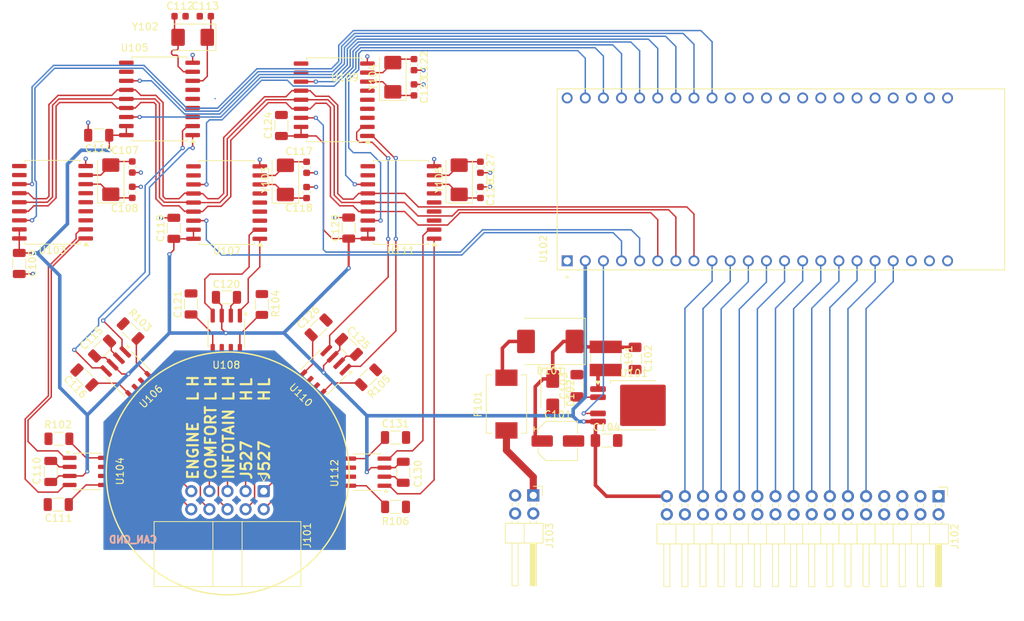
<source format=kicad_pcb>
(kicad_pcb (version 20241229) (generator "pcbnew") (generator_version "9.0")
  (layers (0 "F.Cu" signal) (2 "B.Cu" signal) (13 "F.Paste" user) (15 "B.Paste" user) (5 "F.SilkS" user "F.Silkscreen") (7 "B.SilkS" user "B.Silkscreen") (1 "F.Mask" user) (3 "B.Mask" user) (25 "Edge.Cuts" user))
  (net 0 "")
  (net 1 "MISO300")
  (net 2 "INT310")
  (net 3 "+3.3V")
  (net 4 "MOSI300")
  (net 5 "CS310")
  (net 6 "SCK300")
  (net 7 "CS320")
  (net 8 "INT320")
  (net 9 "INT330")
  (net 10 "CS330")
  (net 11 "CS340")
  (net 12 "INT340")
  (net 13 "INT350")
  (net 14 "CS350")
  (net 15 "Net-(U103-OSC1)")
  (net 16 "Net-(U103-OSC2)")
  (net 17 "Net-(U104-Vref)")
  (net 18 "Net-(U105-OSC1)")
  (net 19 "Net-(U105-OSC2)")
  (net 20 "Net-(U106-Vref)")
  (net 21 "Net-(U107-OSC1)")
  (net 22 "Net-(U107-OSC2)")
  (net 23 "Net-(U108-Vref)")
  (net 24 "Net-(U109-OSC1)")
  (net 25 "Net-(U109-OSC2)")
  (net 26 "Net-(U110-Vref)")
  (net 27 "Net-(U111-OSC1)")
  (net 28 "Net-(U111-OSC2)")
  (net 29 "Net-(U112-Vref)")
  (net 30 "CAR_15")
  (net 31 "Net-(D101-K)")
  (net 32 "Net-(J101-Pin_4)")
  (net 33 "Net-(J101-Pin_2)")
  (net 34 "Net-(J101-Pin_6)")
  (net 35 "Net-(J101-Pin_9)")
  (net 36 "Net-(J101-Pin_10)")
  (net 37 "Net-(J101-Pin_5)")
  (net 38 "Net-(J101-Pin_3)")
  (net 39 "Net-(J101-Pin_1)")
  (net 40 "Net-(J101-Pin_7)")
  (net 41 "Net-(J101-Pin_8)")
  (net 42 "Net-(U104-Rs)")
  (net 43 "Net-(U106-Rs)")
  (net 44 "Net-(U108-Rs)")
  (net 45 "Net-(U110-Rs)")
  (net 46 "Net-(U112-Rs)")
  (net 47 "Net-(U101-IN)")
  (net 48 "Net-(U101-DELAY)")
  (net 49 "VREG_RO")
  (net 50 "LCD_D4")
  (net 51 "LCD_RS")
  (net 52 "LCD_D2")
  (net 53 "LCD_D6")
  (net 54 "LCD_D0")
  (net 55 "LCD_D7")
  (net 57 "LCD_D1")
  (net 58 "LCD_D3")
  (net 59 "LCD_WR")
  (net 62 "Net-(U103-RXCAN)")
  (net 64 "Net-(U103-TXCAN)")
  (net 67 "Net-(U105-TXCAN)")
  (net 68 "Net-(U105-RXCAN)")
  (net 72 "Net-(U107-TXCAN)")
  (net 73 "Net-(U107-RXCAN)")
  (net 76 "Net-(U109-RXCAN)")
  (net 77 "Net-(U109-TXCAN)")
  (net 83 "Net-(U111-RXCAN)")
  (net 85 "Net-(U111-TXCAN)")
  (net 86 "Net-(D101-A)")
  (net 95 "LCD_D5")
  (net 104 "LCD_RD")
  (net 109 "CAN_GND")
  (footprint "Package_SO:SOIC-8_3.9x4.9mm_P1.27mm" (layer "F.Cu") (at 147.934974 118.083862 180)
    (property "Reference" "U112")
    (property "Value" "SN65HVD230")
  )
  (footprint "Capacitor_SMD:C_1206_3216Metric" (layer "F.Cu") (at 153.038525 118.097258 -90)
    (property "Reference" "C130")
    (property "Value" "100n")
  )
  (footprint "Resistor_SMD:R_1206_3216Metric" (layer "F.Cu") (at 151.961604 122.954859)
    (property "Reference" "R106")
    (property "Value" "10k 1206")
  )
  (footprint "Capacitor_SMD:C_0603_1608Metric" (layer "F.Cu") (at 115.04457 78.812727 -90)
    (property "Reference" "C108")
    (property "Value" "22p")
  )
  (footprint "Crystal:Crystal_SMD_Abracon_ABM3-2Pin_5.0x3.2mm" (layer "F.Cu") (at 136.518752 77.070624 90)
    (property "Reference" "Y103")
    (property "Value" "16000000")
  )
  (footprint "Capacitor_SMD:C_1206_3216Metric" (layer "F.Cu") (at 99.196979 88.793754 -90)
    (property "Reference" "C109")
    (property "Value" "100n")
  )
  (footprint "Resistor_SMD:R_1206_3216Metric" (layer "F.Cu") (at 114.80735 98.289153 135)
    (property "Reference" "R103")
    (property "Value" "10k 1206")
  )
  (footprint "Capacitor_SMD:C_0603_1608Metric" (layer "F.Cu") (at 163.863693 78.827619 -90)
    (property "Reference" "C128")
    (property "Value" "22p")
  )
  (footprint "Capacitor_SMD:C_0603_1608Metric" (layer "F.Cu") (at 115.04457 75.26131 -90)
    (property "Reference" "C107")
    (property "Value" "22p")
  )
  (footprint "Package_SO:SOIC-18W_7.5x11.6mm_P1.27mm" (layer "F.Cu") (at 128.28 80.25 180)
    (property "Reference" "U107")
    (property "Value" "MCP2515-xSO")
  )
  (footprint "Capacitor_SMD:C_0603_1608Metric" (layer "F.Cu") (at 139.490248 75.300024 -90)
    (property "Reference" "C117")
    (property "Value" "22p")
  )
  (footprint "Crystal:Crystal_SMD_Abracon_ABM3-2Pin_5.0x3.2mm" (layer "F.Cu") (at 160.883014 77.053905 90)
    (property "Reference" "Y105")
    (property "Value" "16000000")
  )
  (footprint "Connector_IDC:IDC-Header_2x05_P2.54mm_Horizontal" (layer "F.Cu") (at 133.476851 120.75 -90)
    (property "Reference" "J101")
    (property "Value" "Conn_01x10_Pin")
  )
  (footprint "Crystal:Crystal_SMD_Abracon_ABM3-2Pin_5.0x3.2mm" (layer "F.Cu") (at 112.035212 77.037019 90)
    (property "Reference" "Y101" (hide yes))
    (property "Value" "16000000")
  )
  (footprint "Capacitor_SMD:C_1206_3216Metric_Pad1.33x1.80mm_HandSolder" (layer "F.Cu") (at 185.550346 102.123956 -90)
    (property "Reference" "C102")
    (property "Value" "100n")
  )
  (footprint "Capacitor_SMD:C_1206_3216Metric" (layer "F.Cu") (at 123.285227 94.477542 90)
    (property "Reference" "C121")
    (property "Value" "100n")
  )
  (footprint "Capacitor_SMD:C_1206_3216Metric" (layer "F.Cu") (at 141.170125 97.77866 45)
    (property "Reference" "C126")
    (property "Value" "100n")
  )
  (footprint "Package_SO:SOIC-18W_7.5x11.6mm_P1.27mm" (layer "F.Cu") (at 143.362321 65.81994 180)
    (property "Reference" "U109")
    (property "Value" "MCP2515-xSO")
  )
  (footprint "Capacitor_SMD:C_0603_1608Metric" (layer "F.Cu") (at 154.549688 60.894414 -90)
    (property "Reference" "C122")
    (property "Value" "22p")
  )
  (footprint "Package_TO_SOT_SMD:TO-252-4" (layer "F.Cu") (at 185.391289 108.701429)
    (property "Reference" "U101")
    (property "Value" "TLS850C2TEV33")
  )
  (footprint "ESP32-S3-DEVKIT:XCVR_ESP32-S3-DEVKITC-1U-N8R2" (layer "F.Cu") (at 206 77 90)
    (property "Reference" "U102")
    (property "Value" "ESP32-S3-DEVKITC-1U-N8R2")
  )
  (footprint "Capacitor_SMD:C_0603_1608Metric" (layer "F.Cu") (at 121.747733 54.100646)
    (property "Reference" "C112")
    (property "Value" "22p")
  )
  (footprint "Capacitor_SMD:C_0603_1608Metric" (layer "F.Cu") (at 163.863693 75.290687 -90)
    (property "Reference" "C127")
    (property "Value" "22p")
  )
  (footprint "Capacitor_SMD:C_0603_1608Metric" (layer "F.Cu") (at 154.549688 64.439277 -90)
    (property "Reference" "C123")
    (property "Value" "22p")
  )
  (footprint "Resistor_SMD:R_1206_3216Metric" (layer "F.Cu") (at 133.218605 94.549146 90)
    (property "Reference" "R104")
    (property "Value" "10k 1206")
  )
  (footprint "Capacitor_SMD:C_1206_3216Metric" (layer "F.Cu") (at 110.816142 100.736437 45)
    (property "Reference" "C115")
    (property "Value" "100n")
  )
  (footprint "Capacitor_SMD:C_1206_3216Metric" (layer "F.Cu") (at 135.957399 69.429912 90)
    (property "Reference" "C124")
    (property "Value" "100n")
  )
  (footprint "Crystal:Crystal_SMD_Abracon_ABM3-2Pin_5.0x3.2mm" (layer "F.Cu") (at 151.579667 62.660002 90)
    (property "Reference" "Y104")
    (property "Value" "16000000")
  )
  (footprint "Capacitor_SMD:C_1206_3216Metric" (layer "F.Cu") (at 110.339272 70.799815 180)
    (property "Reference" "C114")
    (property "Value" "100n")
  )
  (footprint "Fuse:Fuse_Bourns_MF-SM_7.98x5.44mm" (layer "F.Cu") (at 167.51348 108.529287 90)
    (property "Reference" "F101")
    (property "Value" "2A")
  )
  (footprint "Capacitor_SMD:C_1206_3216Metric" (layer "F.Cu") (at 120.875069 83.861746 90)
    (property "Reference" "C119")
    (property "Value" "100n")
  )
  (footprint "Capacitor_SMD:C_1206_3216Metric" (layer "F.Cu") (at 104.66962 122.627027 180)
    (property "Reference" "C111")
    (property "Value" "100n")
  )
  (footprint "Package_SO:SOIC-8_3.9x4.9mm_P1.27mm" (layer "F.Cu") (at 108.734908 117.978485)
    (property "Reference" "U104")
    (property "Value" "SN65HVD230")
  )
  (footprint "Package_SO:SOIC-18W_7.5x11.6mm_P1.27mm" (layer "F.Cu") (at 118.862321 65.705243 180)
    (property "Reference" "U105")
    (property "Value" "MCP2515-xSO")
  )
  (footprint "Capacitor_SMD:C_1206_3216Metric" (layer "F.Cu") (at 108.336008 104.793344 135)
    (property "Reference" "C116")
    (property "Value" "100n")
  )
  (footprint "Capacitor_SMD:C_1206_3216Metric" (layer "F.Cu") (at 145.393359 83.827722 90)
    (property "Reference" "C129")
    (property "Value" "100n")
  )
  (footprint "Diode_SMD:D_SMC" (layer "F.Cu") (at 173.654181 99.737807 180)
    (property "Reference" "D101")
    (property "Value" "MBRS340")
  )
  (footprint "Connector_PinHeader_2.54mm:PinHeader_2x16_P2.54mm_Horizontal" (layer "F.Cu") (at 228.1 121.46 -90)
    (property "Reference" "J102")
    (property "Value" "Conn_02x16_Top_Bottom")
  )
  (footprint "Capacitor_SMD:C_1206_3216Metric" (layer "F.Cu") (at 103.614279 117.980334 90)
    (property "Reference" "C110")
    (property "Value" "100n")
  )
  (footprint "Package_SO:SOIC-18W_7.5x11.6mm_P1.27mm" (layer "F.Cu") (at 152.722973 80.233286 180)
    (property "Reference" "U111")
    (property "Value" "MCP2515-xSO")
  )
  (footprint "Capacitor_SMD:C_0603_1608Metric" (layer "F.Cu") (at 139.490248 78.842292 -90)
    (property "Reference" "C118")
    (property "Value" "22p")
  )
  (footprint "Capacitor_SMD:C_1206_3216Metric" (layer "F.Cu") (at 145.422879 100.510562 -45)
    (property "Reference" "C125")
    (property "Value" "100n")
  )
  (footprint "Capacitor_SMD:C_1206_3216Metric" (layer "F.Cu") (at 151.961604 113.216744)
    (property "Reference" "C131")
    (property "Value" "100n")
  )
  (footprint "Package_SO:SOIC-8_3.9x4.9mm_P1.27mm" (layer "F.Cu") (at 141.847707 104.099228 -135)
    (property "Reference" "U110")
    (property "Value" "SN65HVD230")
  )
  (footprint "Crystal:Crystal_SMD_Abracon_ABM3-2Pin_5.0x3.2mm" (layer "F.Cu") (at 123.517918 57.060396 180)
    (property "Reference" "Y102")
    (property "Value" "16000000")
  )
  (footprint "Capacitor_SMD:C_1206_3216Metric_Pad1.33x1.80mm_HandSolder" (layer "F.Cu") (at 181.551289 113.63972)
    (property "Reference" "C104")
    (property "Value" "1u")
  )
  (footprint "Capacitor_SMD:C_1206_3216Metric" (layer "F.Cu") (at 128.254265 93.549209)
    (property "Reference" "C120")
    (property "Value" "100n")
  )
  (footprint "Package_SO:SOIC-18W_7.5x11.6mm_P1.27mm" (layer "F.Cu") (at 103.862321 80.205243 180)
    (property "Reference" "U103")
    (property "Value" "MCP2515-xSO")
  )
  (footprint "Resistor_SMD:R_1206_3216Metric" (layer "F.Cu") (at 148.154781 104.763316 45)
    (property "Reference" "R105")
    (property "Value" "10k 1206")
  )
  (footprint "Capacitor_SMD:C_1206_3216Metric_Pad1.33x1.80mm_HandSolder" (layer "F.Cu") (at 177.389024 105.962544 90)
    (property "Reference" "C103")
    (property "Value" "100n")
  )
  (footprint "Connector_PinHeader_2.54mm:PinHeader_2x02_P2.54mm_Horizontal" (layer "F.Cu") (at 171.275 121.34 -90)
    (property "Reference" "J103")
    (property "Value" "Conn_02x02_Counter_Clockwise")
  )
  (footprint "Capacitor_SMD:C_0603_1608Metric" (layer "F.Cu") (at 125.288103 54.100646)
    (property "Reference" "C113")
    (property "Value" "22p")
  )
  (footprint "Capacitor_SMD:CP_Elec_5x5.9" (layer "F.Cu") (at 174.726219 113.708884)
    (property "Reference" "C101")
    (property "Value" "10uF")
  )
  (footprint "Inductor_SMD:L_Ferrocore_DLG-0403" (layer "F.Cu") (at 181.435103 102.123956 -90)
    (property "Reference" "L101")
    (property "Value" "4.7uH")
  )
  (footprint "Package_SO:SOIC-8_3.9x4.9mm_P1.27mm" (layer "F.Cu") (at 128.229565 98.589205 -90)
    (property "Reference" "U108")
    (property "Value" "SN65HVD230")
  )
  (footprint "Resistor_SMD:R_1206_3216Metric" (layer "F.Cu") (at 104.757493 113.398289 180)
    (property "Reference" "R102")
    (property "Value" "10k 1206")
  )
  (footprint "Diode_SMD:D_SMA" (layer "F.Cu") (at 174 107 -90)
    (property "Reference" "D102")
    (property "Value" "SMAJ33A")
  )
  (footprint "Package_SO:SOIC-8_3.9x4.9mm_P1.27mm" (layer "F.Cu") (at 114.478855 104.300603 -45)
    (property "Reference" "U106")
    (property "Value" "SN65HVD230")
  )
  (gr_circle (center 128.43 118.256851) (end 145.463149 118.256851) (stroke (width 0.2)) (fill no) (layer "F.SilkS"))
  (gr_text "L" (at 124.43 108.29 90) (layer "F.SilkS") (effects (font (size 1.5 1.5) (thickness 0.3) (bold yes)) (justify left bottom)))
  (gr_text "L" (at 134.43 106.29 90) (layer "F.SilkS") (effects (font (size 1.5 1.5) (thickness 0.3) (bold yes)) (justify left bottom)))
  (gr_text "INFOTAIN" (at 129.43 119.29 90) (layer "F.SilkS") (effects (font (size 1.5 1.5) (thickness 0.3) (bold yes)) (justify left bottom)))
  (gr_text "H" (at 134.43 108.29 90) (layer "F.SilkS") (effects (font (size 1.5 1.5) (thickness 0.3) (bold yes)) (justify left bottom)))
  (gr_text "ENGINE" (at 124.43 119.29 90) (layer "F.SilkS") (effects (font (size 1.5 1.5) (thickness 0.3) (bold yes)) (justify left bottom)))
  (gr_text "H" (at 126.93 106.29 90) (layer "F.SilkS") (effects (font (size 1.5 1.5) (thickness 0.3) (bold yes)) (justify left bottom)))
  (gr_text "J527" (at 131.93 119.29 90) (layer "F.SilkS") (effects (font (size 1.5 1.5) (thickness 0.3) (bold yes)) (justify left bottom)))
  (gr_text "H" (at 129.43 106.29 90) (layer "F.SilkS") (effects (font (size 1.5 1.5) (thickness 0.3) (bold yes)) (justify left bottom)))
  (gr_text "J527" (at 134.43 119.29 90) (layer "F.SilkS") (effects (font (size 1.5 1.5) (thickness 0.3) (bold yes)) (justify left bottom)))
  (gr_text "L" (at 129.43 108.29 90) (layer "F.SilkS") (effects (font (size 1.5 1.5) (thickness 0.3) (bold yes)) (justify left bottom)))
  (gr_text "H" (at 131.93 108.29 90) (layer "F.SilkS") (effects (font (size 1.5 1.5) (thickness 0.3) (bold yes)) (justify left bottom)))
  (gr_text "L" (at 131.93 106.29 90) (layer "F.SilkS") (effects (font (size 1.5 1.5) (thickness 0.3) (bold yes)) (justify left bottom)))
  (gr_text "L" (at 126.93 108.29 90) (layer "F.SilkS") (effects (font (size 1.5 1.5) (thickness 0.3) (bold yes)) (justify left bottom)))
  (gr_text "H" (at 124.43 106.29 90) (layer "F.SilkS") (effects (font (size 1.5 1.5) (thickness 0.3) (bold yes)) (justify left bottom)))
  (gr_text "COMFORT" (at 126.93 119.29 90) (layer "F.SilkS") (effects (font (size 1.5 1.5) (thickness 0.3) (bold yes)) (justify left bottom)))
  (gr_text "CAN_GND" (at 118.676254 128.134473 0) (layer "B.SilkS") (effects (font (size 1 1) (thickness 0.25) (bold yes)) (justify left bottom mirror)))
  (segment (start 137.445045 67.08994) (end 136.586033 66.230928) (width 0.2) (layer "F.Cu") (net 1))
  (segment (start 104.362321 66.705243) (end 104.362321 79.594147) (width 0.2) (layer "F.Cu") (net 1))
  (segment (start 142.260713 66.313282) (end 142.828771 66.88134) (width 0.2) (layer "F.Cu") (net 1))
  (segment (start 188.73 82.65051) (end 188.73 88.43) (width 0.2) (layer "F.Cu") (net 1))
  (segment (start 128.862321 79.41779) (end 127.505847 80.774264) (width 0.2) (layer "F.Cu") (net 1))
  (segment (start 128.862321 71.506554) (end 128.862321 79.41779) (width 0.2) (layer "F.Cu") (net 1))
  (segment (start 100.47607 81.475243) (end 99.212321 81.475243) (width 0.2) (layer "F.Cu") (net 1))
  (segment (start 127.505847 80.774264) (end 125.642349 80.774264) (width 0.2) (layer "F.Cu") (net 1))
  (segment (start 101.24607 80.705243) (end 100.47607 81.475243) (width 0.2) (layer "F.Cu") (net 1))
  (segment (start 125.642349 80.774264) (end 124.896613 81.52) (width 0.2) (layer "F.Cu") (net 1))
  (segment (start 118.362321 79.728267) (end 119.339297 80.705243) (width 0.2) (layer "F.Cu") (net 1))
  (segment (start 138.712321 67.08994) (end 139.985888 67.08994) (width 0.2) (layer "F.Cu") (net 1))
  (segment (start 139.985888 67.08994) (end 140.762546 66.313282) (width 0.2) (layer "F.Cu") (net 1))
  (segment (start 114.212321 66.975243) (end 115.477307 66.975243) (width 0.2) (layer "F.Cu") (net 1))
  (segment (start 121.600172 80.705243) (end 122.370172 81.475243) (width 0.2) (layer "F.Cu") (net 1))
  (segment (start 160.9954 81.663338) (end 187.742828 81.663338) (width 0.2) (layer "F.Cu") (net 1))
  (segment (start 118.362321 66.48063) (end 118.362321 79.728267) (width 0.2) (layer "F.Cu") (net 1))
  (segment (start 187.742828 81.663338) (end 188.73 82.65051) (width 0.2) (layer "F.Cu") (net 1))
  (segment (start 155.12219 83.400551) (end 159.258187 83.400551) (width 0.2) (layer "F.Cu") (net 1))
  (segment (start 153.224925 81.503286) (end 155.12219 83.400551) (width 0.2) (layer "F.Cu") (net 1))
  (segment (start 104.362321 79.594147) (end 103.251225 80.705243) (width 0.2) (layer "F.Cu") (net 1))
  (segment (start 114.212321 66.975243) (end 112.946138 66.975243) (width 0.2) (layer "F.Cu") (net 1))
  (segment (start 136.586033 66.230928) (end 134.137947 66.230928) (width 0.2) (layer "F.Cu") (net 1))
  (segment (start 122.370172 81.475243) (end 123.212321 81.475243) (width 0.2) (layer "F.Cu") (net 1))
  (segment (start 146.011772 80.705243) (end 146.809815 81.503286) (width 0.2) (layer "F.Cu") (net 1))
  (segment (start 140.762546 66.313282) (end 142.260713 66.313282) (width 0.2) (layer "F.Cu") (net 1))
  (segment (start 134.137947 66.230928) (end 128.862321 71.506554) (width 0.2) (layer "F.Cu") (net 1))
  (segment (start 104.862321 66.205243) (end 104.362321 66.705243) (width 0.2) (layer "F.Cu") (net 1))
  (segment (start 116.247307 66.205243) (end 118.086934 66.205243) (width 0.2) (layer "F.Cu") (net 1))
  (segment (start 124.896613 81.52) (end 123.63 81.52) (width 0.2) (layer "F.Cu") (net 1))
  (segment (start 112.946138 66.975243) (end 112.176138 66.205243) (width 0.2) (layer "F.Cu") (net 1))
  (segment (start 146.809815 81.503286) (end 148.072973 81.503286) (width 0.2) (layer "F.Cu") (net 1))
  (segment (start 138.712321 67.08994) (end 137.445045 67.08994) (width 0.2) (layer "F.Cu") (net 1))
  (segment (start 112.176138 66.205243) (end 104.862321 66.205243) (width 0.2) (layer "F.Cu") (net 1))
  (segment (start 118.086934 66.205243) (end 118.362321 66.48063) (width 0.2) (layer "F.Cu") (net 1))
  (segment (start 115.477307 66.975243) (end 116.247307 66.205243) (width 0.2) (layer "F.Cu") (net 1))
  (segment (start 103.251225 80.705243) (end 101.24607 80.705243) (width 0.2) (layer "F.Cu") (net 1))
  (segment (start 142.828771 66.88134) (end 142.828771 79.390767) (width 0.2) (layer "F.Cu") (net 1))
  (segment (start 144.143247 80.705243) (end 146.011772 80.705243) (width 0.2) (layer "F.Cu") (net 1))
  (segment (start 148.072973 81.503286) (end 153.224925 81.503286) (width 0.2) (layer "F.Cu") (net 1))
  (segment (start 119.339297 80.705243) (end 121.600172 80.705243) (width 0.2) (layer "F.Cu") (net 1))
  (segment (start 159.258187 83.400551) (end 160.9954 81.663338) (width 0.2) (layer "F.Cu") (net 1))
  (segment (start 142.828771 79.390767) (end 144.143247 80.705243) (width 0.2) (layer "F.Cu") (net 1))
  (segment (start 100.989741 77.665243) (end 100.996336 77.658648) (width 0.2) (layer "F.Cu") (net 2))
  (segment (start 99.212321 77.665243) (end 100.989741 77.665243) (width 0.2) (layer "F.Cu") (net 2))
  (via (at 100.996336 77.658648) (size 0.6) (drill 0.3) (layers "F.Cu" "B.Cu") (net 2))
  (segment (start 122.688323 67) (end 127 67) (width 0.2) (layer "B.Cu") (net 2))
  (segment (start 143.995 58.1695) (end 146.05205 56.11245) (width 0.2) (layer "B.Cu") (net 2))
  (segment (start 132.521958 61.478042) (end 142.954858 61.478042) (width 0.2) (layer "B.Cu") (net 2))
  (segment (start 100.996336 77.658648) (end 100.996336 64.003664) (width 0.2) (layer "B.Cu") (net 2))
  (segment (start 104 61) (end 116.688323 61) (width 0.2) (layer "B.Cu") (net 2))
  (segment (start 100.996336 64.003664) (end 104 61) (width 0.2) (layer "B.Cu") (net 2))
  (segment (start 194.777642 56.11245) (end 196.35 57.684808) (width 0.2) (layer "B.Cu") (net 2))
  (segment (start 116.688323 61) (end 122.688323 67) (width 0.2) (layer "B.Cu") (net 2))
  (segment (start 196.35 57.684808) (end 196.35 65.57) (width 0.2) (layer "B.Cu") (net 2))
  (segment (start 146.05205 56.11245) (end 194.777642 56.11245) (width 0.2) (layer "B.Cu") (net 2))
  (segment (start 143.995 60.4379) (end 143.995 58.1695) (width 0.2) (layer "B.Cu") (net 2))
  (segment (start 127 67) (end 132.521958 61.478042) (width 0.2) (layer "B.Cu") (net 2))
  (segment (start 142.954858 61.478042) (end 143.995 60.4379) (width 0.2) (layer "B.Cu") (net 2))
  (segment (start 145.393359 85.302722) (end 148.062409 85.302722) (width 0.2) (layer "F.Cu") (net 3))
  (segment (start 138.712321 69.62994) (end 138.712321 70.89994) (width 0.2) (layer "F.Cu") (net 3))
  (segment (start 111.814272 70.799815) (end 111.814272 72.874283) (width 0.2) (layer "F.Cu") (net 3))
  (segment (start 111.289083 102.008856) (end 112.279753 102.999526) (width 0.2) (layer "F.Cu") (net 3))
  (segment (start 120.875069 85.336746) (end 120.875069 86.888636) (width 0.2) (layer "F.Cu") (net 3))
  (segment (start 140.83201 70.89994) (end 141.861087 71.929017) (width 0.2) (layer "F.Cu") (net 3))
  (segment (start 126.779265 93.881385) (end 127.594565 94.696685) (width 0.2) (layer "F.Cu") (net 3))
  (segment (start 181.535594 121.46) (end 190 121.46) (width 0.5) (layer "F.Cu") (net 3))
  (segment (start 114.494076 104.307292) (end 114.500102 104.301266) (width 0.2) (layer "F.Cu") (net 3))
  (segment (start 144.14142 100.907489) (end 143.148783 101.900126) (width 0.2) (layer "F.Cu") (net 3))
  (segment (start 179.988789 111.343929) (end 180.351289 110.981429) (width 0.5) (layer "F.Cu") (net 3))
  (segment (start 126.779265 93.549209) (end 126.779265 93.881385) (width 0.2) (layer "F.Cu") (net 3))
  (segment (start 148.062409 85.302722) (end 148.072973 85.313286) (width 0.2) (layer "F.Cu") (net 3))
  (segment (start 114.212321 69.515243) (end 114.212321 70.785243) (width 0.2) (layer "F.Cu") (net 3))
  (segment (start 143.079957 85.302722) (end 145.393359 85.302722) (width 0.2) (layer "F.Cu") (net 3))
  (segment (start 127.594565 96.114205) (end 127.594565 97.985281) (width 0.2) (layer "F.Cu") (net 3))
  (segment (start 123.63 84.06) (end 123.63 85.33) (width 0.2) (layer "F.Cu") (net 3))
  (segment (start 179.988789 113.63972) (end 179.988789 111.343929) (width 0.5) (layer "F.Cu") (net 3))
  (segment (start 138.707349 70.904912) (end 138.712321 70.89994) (width 0.2) (layer "F.Cu") (net 3))
  (segment (start 141.861087 84.037548) (end 141.837935 84.0607) (width 0.2) (layer "F.Cu") (net 3))
  (segment (start 150.409974 117.448862) (end 148.564999 117.448862) (width 0.2) (layer "F.Cu") (net 3))
  (segment (start 141.837935 84.0607) (end 143.079957 85.302722) (width 0.2) (layer "F.Cu") (net 3))
  (segment (start 179.988789 119.913195) (end 181.535594 121.46) (width 0.5) (layer "F.Cu") (net 3))
  (segment (start 120.875069 86.888636) (end 120.25313 87.510575) (width 0.2) (layer "F.Cu") (net 3))
  (segment (start 103.614279 119.455334) (end 103.914275 119.455334) (width 0.2) (layer "F.Cu") (net 3))
  (segment (start 110.002596 102.008856) (end 111.289083 102.008856) (width 0.2) (layer "F.Cu") (net 3))
  (segment (start 180.351289 110.981429) (end 178.354687 110.981429) (width 0.5) (layer "F.Cu") (net 3))
  (segment (start 108.087275 118.613485) (end 108.733742 117.967018) (width 0.2) (layer "F.Cu") (net 3))
  (segment (start 141.861087 71.929017) (end 141.861087 84.037548) (width 0.2) (layer "F.Cu") (net 3))
  (segment (start 144.379896 99.467579) (end 144.14142 99.706055) (width 0.2) (layer "F.Cu") (net 3))
  (segment (start 111.814272 70.799815) (end 114.197749 70.799815) (width 0.2) (layer "F.Cu") (net 3))
  (segment (start 143.099874 101.900126) (end 141.872731 103.127269) (width 0.2) (layer "F.Cu") (net 3))
  (segment (start 99.196979 87.318754) (end 99.196979 85.300585) (width 0.2) (layer "F.Cu") (net 3))
  (segment (start 112.279753 102.999527) (end 113.587518 104.307292) (width 0.2) (layer "F.Cu") (net 3))
  (segment (start 143.148783 101.900126) (end 143.099874 101.900126) (width 0.2) (layer "F.Cu") (net 3))
  (segment (start 114.476 104.307292) (end 114.494076 104.307292) (width 0.2) (layer "F.Cu") (net 3))
  (segment (start 99.196979 87.318754) (end 101.131518 87.318754) (width 0.2) (layer "F.Cu") (net 3))
  (segment (start 99.212321 84.015243) (end 99.212321 85.285243) (width 0.2) (layer "F.Cu") (net 3))
  (segment (start 145.393359 85.302722) (end 145.393359 89.450775) (width 0.3) (layer "F.Cu") (net 3))
  (segment (start 109.773159 101.77942) (end 110.002596 102.008856) (width 0.2) (layer "F.Cu") (net 3))
  (segment (start 148.072973 84.043286) (end 148.072973 85.313286) (width 0.2) (layer "F.Cu") (net 3))
  (segment (start 127.594565 97.985281) (end 128.167674 98.55839) (width 0.2) (layer "F.Cu") (net 3))
  (segment (start 123.623254 85.336746) (end 123.63 85.33) (width 0.2) (layer "F.Cu") (net 3))
  (segment (start 120.875069 85.336746) (end 123.623254 85.336746) (width 0.2) (layer "F.Cu") (net 3))
  (segment (start 101.131518 87.318754) (end 101.132826 87.317446) (width 0.2) (layer "F.Cu") (net 3))
  (segment (start 151.89969 117.448862) (end 150.409974 117.448862) (width 0.2) (layer "F.Cu") (net 3))
  (segment (start 127.594565 94.696685) (end 127.594565 96.114205) (width 0.2) (layer "F.Cu") (net 3))
  (segment (start 106.259908 118.613485) (end 108.087275 118.613485) (width 0.2) (layer "F.Cu") (net 3))
  (segment (start 104.756124 118.613485) (end 106.259908 118.613485) (width 0.2) (layer "F.Cu") (net 3))
  (segment (start 138.712321 70.89994) (end 140.83201 70.89994) (width 0.2) (layer "F.Cu") (net 3))
  (segment (start 113.897569 104.307292) (end 114.476 104.307292) (width 0.2) (layer "F.Cu") (net 3))
  (segment (start 141.872731 103.127269) (end 141.872731 104.100279) (width 0.2) (layer "F.Cu") (net 3))
  (segment (start 144.14142 99.706055) (end 144.14142 100.907489) (width 0.2) (layer "F.Cu") (net 3))
  (segment (start 103.914275 119.455334) (end 104.756124 118.613485) (width 0.2) (layer "F.Cu") (net 3))
  (segment (start 178.354687 110.981429) (end 178.349029 110.975771) (width 0.2) (layer "F.Cu") (net 3))
  (segment (start 179.988789 113.63972) (end 179.988789 119.913195) (width 0.5) (layer "F.Cu") (net 3))
  (segment (start 113.587518 104.307292) (end 113.897569 104.307292) (width 0.2) (layer "F.Cu") (net 3))
  (segment (start 135.957399 70.904912) (end 138.707349 70.904912) (width 0.2) (layer "F.Cu") (net 3))
  (segment (start 111.814272 72.874283) (end 111.820155 72.880166) (width 0.2) (layer "F.Cu") (net 3))
  (segment (start 152.726294 116.622258) (end 151.89969 117.448862) (width 0.2) (layer "F.Cu") (net 3))
  (segment (start 99.196979 85.300585) (end 99.212321 85.285243) (width 0.2) (layer "F.Cu") (net 3))
  (segment (start 153.038525 116.622258) (end 152.726294 116.622258) (width 0.2) (layer "F.Cu") (net 3))
  (segment (start 114.197749 70.799815) (end 114.212321 70.785243) (width 0.2) (layer "F.Cu") (net 3))
  (segment (start 148.564999 117.448862) (end 147.93762 118.076241) (width 0.2) (layer "F.Cu") (net 3))
  (segment (start 145.393359 89.450775) (end 145.383817 89.460317) (width 0.4) (layer "F.Cu") (net 3))
  (via (at 108.733742 117.967018) (size 0.6) (drill 0.3) (layers "F.Cu" "B.Cu") (net 3))
  (via (at 145.383817 89.460317) (size 0.6) (drill 0.3) (layers "F.Cu" "B.Cu") (net 3))
  (via (at 128.167674 98.55839) (size 0.6) (drill 0.3) (layers "F.Cu" "B.Cu") (net 3))
  (via (at 141.872731 104.100279) (size 0.6) (drill 0.3) (layers "F.Cu" "B.Cu") (net 3))
  (via (at 178.349029 110.975771) (size 0.6) (drill 0.3) (layers "F.Cu" "B.Cu") (net 3))
  (via (at 120.25313 87.510575) (size 0.6) (drill 0.3) (layers "F.Cu" "B.Cu") (net 3))
  (via (at 147.93762 118.076241) (size 0.6) (drill 0.3) (layers "F.Cu" "B.Cu") (net 3))
  (via (at 114.500102 104.301266) (size 0.6) (drill 0.3) (layers "F.Cu" "B.Cu") (net 3))
  (via (at 101.132826 87.317446) (size 0.6) (drill 0.3) (layers "F.Cu" "B.Cu") (net 3))
  (via (at 111.820155 72.880166) (size 0.6) (drill 0.3) (layers "F.Cu" "B.Cu") (net 3))
  (segment (start 177.600054 110.975771) (end 176.872246 110.247963) (width 0.5) (layer "B.Cu") (net 3))
  (segment (start 101.691863 87.317446) (end 104.878133 90.503716) (width 0.5) (layer "B.Cu") (net 3))
  (segment (start 111.792865 72.907456) (end 111.820155 72.880166) (width 0.5) (layer "B.Cu") (net 3))
  (segment (start 176.872246 110.247963) (end 176.872246 109.254321) (width 0.5) (layer "B.Cu") (net 3))
  (segment (start 145.383817 89.460317) (end 136.330842 98.513292) (width 0.5) (layer "B.Cu") (net 3))
  (segment (start 120.242978 98.55839) (end 128.167674 98.55839) (width 0.5) (layer "B.Cu") (net 3))
  (segment (start 176.784939 110.160656) (end 176.872246 110.247963) (width 0.5) (layer "B.Cu") (net 3))
  (segment (start 101.864356 87.317446) (end 105.953196 83.228606) (width 0.5) (layer "B.Cu") (net 3))
  (segment (start 176.872246 109.254321) (end 178.57 107.556567) (width 0.5) (layer "B.Cu") (net 3))
  (segment (start 104.878133 90.503716) (end 104.878133 106.212017) (width 0.5) (layer "B.Cu") (net 3))
  (segment (start 120.25313 98.548238) (end 120.242978 98.55839) (width 0.5) (layer "B.Cu") (net 3))
  (segment (start 147.933108 110.160656) (end 176.784939 110.160656) (width 0.5) (layer "B.Cu") (net 3))
  (segment (start 178.349029 110.975771) (end 177.600054 110.975771) (width 0.5) (layer "B.Cu") (net 3))
  (segment (start 101.132826 87.317446) (end 101.691863 87.317446) (width 0.5) (layer "B.Cu") (net 3))
  (segment (start 101.132826 87.317446) (end 101.864356 87.317446) (width 0.5) (layer "B.Cu") (net 3))
  (segment (start 120.25313 87.510575) (end 120.25313 98.548238) (width 0.5) (layer "B.Cu") (net 3))
  (segment (start 108.733742 117.967018) (end 108.733742 110.067626) (width 0.5) (layer "B.Cu") (net 3))
  (segment (start 105.953196 74.841038) (end 107.886778 72.907456) (width 0.5) (layer "B.Cu") (net 3))
  (segment (start 178.57 107.556567) (end 178.57 88.43) (width 0.5) (layer "B.Cu") (net 3))
  (segment (start 147.93762 118.076241) (end 147.93762 110.258816) (width 0.5) (layer "B.Cu") (net 3))
  (segment (start 108.733742 110.067626) (end 114.500102 104.301266) (width 0.5) (layer "B.Cu") (net 3))
  (segment (start 128.167674 98.55839) (end 136.330842 98.55839) (width 0.5) (layer "B.Cu") (net 3))
  (segment (start 104.878133 106.212017) (end 108.733742 110.067626) (width 0.5) (layer "B.Cu") (net 3))
  (segment (start 147.93762 110.258816) (end 147.933108 110.254304) (width 0.5) (layer "B.Cu") (net 3))
  (segment (start 107.886778 72.907456) (end 111.792865 72.907456) (width 0.5) (layer "B.Cu") (net 3))
  (segment (start 136.330842 98.513292) (end 136.330842 98.55839) (width 0.5) (layer "B.Cu") (net 3))
  (segment (start 105.953196 83.228606) (end 105.953196 74.841038) (width 0.5) (layer "B.Cu") (net 3))
  (segment (start 147.933108 110.160656) (end 147.933108 110.254304) (width 0.5) (layer "B.Cu") (net 3))
  (segment (start 141.872731 104.100279) (end 147.933108 110.160656) (width 0.5) (layer "B.Cu") (net 3))
  (segment (start 114.500102 104.301266) (end 120.242978 98.55839) (width 0.5) (layer "B.Cu") (net 3))
  (segment (start 136.330842 98.55839) (end 141.872731 104.100279) (width 0.5) (layer "B.Cu") (net 3))
  (segment (start 103.862321 66.596482) (end 103.862321 79.473769) (width 0.2) (layer "F.Cu") (net 4))
  (segment (start 142.477018 65.81994) (end 143.362321 66.705243) (width 0.2) (layer "F.Cu") (net 4))
  (segment (start 103.862321 79.473769) (end 103.130847 80.205243) (width 0.2) (layer "F.Cu") (net 4))
  (segment (start 191.27 82.278842) (end 191.27 88.43) (width 0.2) (layer "F.Cu") (net 4))
  (segment (start 128.362321 71.301189) (end 133.84357 65.81994) (width 0.2) (layer "F.Cu") (net 4))
  (segment (start 114.212321 65.705243) (end 104.75356 65.705243) (width 0.2) (layer "F.Cu") (net 4))
  (segment (start 144.390364 80.233286) (end 148.072973 80.233286) (width 0.2) (layer "F.Cu") (net 4))
  (segment (start 119.524597 80.205243) (end 123.212321 80.205243) (width 0.2) (layer "F.Cu") (net 4))
  (segment (start 133.84357 65.81994) (end 138.712321 65.81994) (width 0.2) (layer "F.Cu") (net 4))
  (segment (start 143.362321 66.705243) (end 143.362321 79.205243) (width 0.2) (layer "F.Cu") (net 4))
  (segment (start 155.103974 82.127156) (end 159.913071 82.127156) (width 0.2) (layer "F.Cu") (net 4))
  (segment (start 143.362321 79.205243) (end 144.390364 80.233286) (width 0.2) (layer "F.Cu") (net 4))
  (segment (start 103.130847 80.205243) (end 99.212321 80.205243) (width 0.2) (layer "F.Cu") (net 4))
  (segment (start 148.072973 80.233286) (end 153.210104 80.233286) (width 0.2) (layer "F.Cu") (net 4))
  (segment (start 128.362321 79.205243) (end 128.362321 71.301189) (width 0.2) (layer "F.Cu") (net 4))
  (segment (start 118.862321 79.542967) (end 119.524597 80.205243) (width 0.2) (layer "F.Cu") (net 4))
  (segment (start 118.862321 66.346105) (end 118.862321 79.542967) (width 0.2) (layer "F.Cu") (net 4))
  (segment (start 190.253496 81.262338) (end 191.27 82.278842) (width 0.2) (layer "F.Cu") (net 4))
  (segment (start 123.63 80.25) (end 127.317564 80.25) (width 0.2) (layer "F.Cu") (net 4))
  (segment (start 160.777889 81.262338) (end 190.253496 81.262338) (width 0.2) (layer "F.Cu") (net 4))
  (segment (start 153.210104 80.233286) (end 155.103974 82.127156) (width 0.2) (layer "F.Cu") (net 4))
  (segment (start 104.75356 65.705243) (end 103.862321 66.596482) (width 0.2) (layer "F.Cu") (net 4))
  (segment (start 138.712321 65.81994) (end 142.477018 65.81994) (width 0.2) (layer "F.Cu") (net 4))
  (segment (start 114.212321 65.705243) (end 118.221459 65.705243) (width 0.2) (layer "F.Cu") (net 4))
  (segment (start 159.913071 82.127156) (end 160.777889 81.262338) (width 0.2) (layer "F.Cu") (net 4))
  (segment (start 118.221459 65.705243) (end 118.862321 66.346105) (width 0.2) (layer "F.Cu") (net 4))
  (segment (start 127.317564 80.25) (end 128.362321 79.205243) (width 0.2) (layer "F.Cu") (net 4))
  (segment (start 100.990705 82.745243) (end 100.996336 82.739612) (width 0.2) (layer "F.Cu") (net 5))
  (segment (start 99.212321 82.745243) (end 100.990705 82.745243) (width 0.2) (layer "F.Cu") (net 5))
  (via (at 100.996336 82.739612) (size 0.6) (drill 0.3) (layers "F.Cu" "B.Cu") (net 5))
  (segment (start 144.396 58.3356) (end 146.21815 56.51345) (width 0.2) (layer "B.Cu") (net 5))
  (segment (start 116.522223 61.401) (end 122.539184 67.417961) (width 0.2) (layer "B.Cu") (net 5))
  (segment (start 101.597336 82.138612) (end 101.597336 77.343207) (width 0.2) (layer "B.Cu") (net 5))
  (segment (start 132.688058 61.879042) (end 143.120958 61.879042) (width 0.2) (layer "B.Cu") (net 5))
  (segment (start 143.120958 61.879042) (end 144.396 60.604) (width 0.2) (layer "B.Cu") (net 5))
  (segment (start 193.81 58.041398) (end 193.81 65.57) (width 0.2) (layer "B.Cu") (net 5))
  (segment (start 127.149139 67.417961) (end 132.688058 61.879042) (width 0.2) (layer "B.Cu") (net 5))
  (segment (start 146.21815 56.51345) (end 192.282052 56.51345) (width 0.2) (layer "B.Cu") (net 5))
  (segment (start 101.397336 77.143207) (end 101.397336 64.169764) (width 0.2) (layer "B.Cu") (net 5))
  (segment (start 100.996336 82.739612) (end 101.597336 82.138612) (width 0.2) (layer "B.Cu") (net 5))
  (segment (start 122.539184 67.417961) (end 127.149139 67.417961) (width 0.2) (layer "B.Cu") (net 5))
  (segment (start 144.396 60.604) (end 144.396 58.3356) (width 0.2) (layer "B.Cu") (net 5))
  (segment (start 192.282052 56.51345) (end 193.81 58.041398) (width 0.2) (layer "B.Cu") (net 5))
  (segment (start 101.397336 64.169764) (end 104.1661 61.401) (width 0.2) (layer "B.Cu") (net 5))
  (segment (start 101.597336 77.343207) (end 101.397336 77.143207) (width 0.2) (layer "B.Cu") (net 5))
  (segment (start 104.1661 61.401) (end 116.522223 61.401) (width 0.2) (layer "B.Cu") (net 5))
  (segment (start 121.61114 79.705243) (end 122.38114 78.935243) (width 0.2) (layer "F.Cu") (net 6))
  (segment (start 100.479111 78.935243) (end 99.212321 78.935243) (width 0.2) (layer "F.Cu") (net 6))
  (segment (start 122.38114 78.935243) (end 123.212321 78.935243) (width 0.2) (layer "F.Cu") (net 6))
  (segment (start 148.072973 78.963286) (end 153.263169 78.963286) (width 0.2) (layer "F.Cu") (net 6))
  (segment (start 143.862321 78.996788) (end 144.624303 79.75877) (width 0.2) (layer "F.Cu") (net 6))
  (segment (start 143.862321 66.580811) (end 143.862321 78.996788) (width 0.2) (layer "F.Cu") (net 6))
  (segment (start 119.362321 79.380324) (end 119.68724 79.705243) (width 0.2) (layer "F.Cu") (net 6))
  (segment (start 114.212321 64.435243) (end 115.477306 64.435243) (width 0.2) (layer "F.Cu") (net 6))
  (segment (start 142.616397 65.334887) (end 143.862321 66.580811) (width 0.2) (layer "F.Cu") (net 6))
  (segment (start 119.362321 66.216018) (end 119.362321 79.380324) (width 0.2) (layer "F.Cu") (net 6))
  (segment (start 146.809817 78.963286) (end 148.072973 78.963286) (width 0.2) (layer "F.Cu") (net 6))
  (segment (start 104.647541 65.205243) (end 103.362321 66.490463) (width 0.2) (layer "F.Cu") (net 6))
  (segment (start 103.362321 79.370018) (end 103.027096 79.705243) (width 0.2) (layer "F.Cu") (net 6))
  (segment (start 127.125285 79.705243) (end 127.862321 78.968207) (width 0.2) (layer "F.Cu") (net 6))
  (segment (start 127.862321 71.12348) (end 133.584546 65.401255) (width 0.2) (layer "F.Cu") (net 6))
  (segment (start 146.014333 79.75877) (end 146.809817 78.963286) (width 0.2) (layer "F.Cu") (net 6))
  (segment (start 124.904692 78.98) (end 125.629935 79.705243) (width 0.2) (layer "F.Cu") (net 6))
  (segment (start 137.437348 64.54994) (end 138.712321 64.54994) (width 0.2) (layer "F.Cu") (net 6))
  (segment (start 115.477306 64.435243) (end 116.247306 65.205243) (width 0.2) (layer "F.Cu") (net 6))
  (segment (start 138.712321 64.54994) (end 139.977599 64.54994) (width 0.2) (layer "F.Cu") (net 6))
  (segment (start 155.161221 80.861338) (end 192.810628 80.861338) (width 0.2) (layer "F.Cu") (net 6))
  (segment (start 101.249111 79.705243) (end 100.479111 78.935243) (width 0.2) (layer "F.Cu") (net 6))
  (segment (start 123.63 78.98) (end 124.904692 78.98) (width 0.2) (layer "F.Cu") (net 6))
  (segment (start 112.945006 64.435243) (end 112.175006 65.205243) (width 0.2) (layer "F.Cu") (net 6))
  (segment (start 127.862321 78.968207) (end 127.862321 71.12348) (width 0.2) (layer "F.Cu") (net 6))
  (segment (start 193.81 81.86071) (end 193.81 88.43) (width 0.2) (layer "F.Cu") (net 6))
  (segment (start 192.810628 80.861338) (end 193.81 81.86071) (width 0.2) (layer "F.Cu") (net 6))
  (segment (start 139.977599 64.54994) (end 140.762546 65.334887) (width 0.2) (layer "F.Cu") (net 6))
  (segment (start 118.351546 65.205243) (end 119.362321 66.216018) (width 0.2) (layer "F.Cu") (net 6))
  (segment (start 153.263169 78.963286) (end 155.161221 80.861338) (width 0.2) (layer "F.Cu") (net 6))
  (segment (start 112.175006 65.205243) (end 104.647541 65.205243) (width 0.2) (layer "F.Cu") (net 6))
  (segment (start 119.68724 79.705243) (end 121.61114 79.705243) (width 0.2) (layer "F.Cu") (net 6))
  (segment (start 103.362321 66.490463) (end 103.362321 79.370018) (width 0.2) (layer "F.Cu") (net 6))
  (segment (start 140.762546 65.334887) (end 142.616397 65.334887) (width 0.2) (layer "F.Cu") (net 6))
  (segment (start 114.212321 64.435243) (end 112.945006 64.435243) (width 0.2) (layer "F.Cu") (net 6))
  (segment (start 133.584546 65.401255) (end 136.586033 65.401255) (width 0.2) (layer "F.Cu") (net 6))
  (segment (start 136.586033 65.401255) (end 137.437348 64.54994) (width 0.2) (layer "F.Cu") (net 6))
  (segment (start 125.629935 79.705243) (end 127.125285 79.705243) (width 0.2) (layer "F.Cu") (net 6))
  (segment (start 144.624303 79.75877) (end 146.014333 79.75877) (width 0.2) (layer "F.Cu") (net 6))
  (segment (start 116.247306 65.205243) (end 118.351546 65.205243) (width 0.2) (layer "F.Cu") (net 6))
  (segment (start 103.027096 79.705243) (end 101.249111 79.705243) (width 0.2) (layer "F.Cu") (net 6))
  (segment (start 116.075147 68.245243) (end 116.078481 68.241909) (width 0.2) (layer "F.Cu") (net 7))
  (segment (start 114.212321 68.245243) (end 116.075147 68.245243) (width 0.2) (layer "F.Cu") (net 7))
  (via (at 116.078481 68.241909) (size 0.6) (drill 0.3) (layers "F.Cu" "B.Cu") (net 7))
  (segment (start 143.453158 62.681042) (end 145.198 60.9362) (width 0.2) (layer "B.Cu") (net 7))
  (segment (start 127.459389 68.241909) (end 133.020258 62.681042) (width 0.2) (layer "B.Cu") (net 7))
  (segment (start 126.660388 65.660389) (end 126.660388 65.660388) (width 0.2) (layer "B.Cu") (net 7))
  (segment (start 145.198 60.9362) (end 145.198 58.6678) (width 0.2) (layer "B.Cu") (net 7))
  (segment (start 187.427041 57.31545) (end 188.73 58.618409) (width 0.2) (layer "B.Cu") (net 7))
  (segment (start 146.55035 57.31545) (end 187.427041 57.31545) (width 0.2) (layer "B.Cu") (net 7))
  (segment (start 133.020258 62.681042) (end 143.453158 62.681042) (width 0.2) (layer "B.Cu") (net 7))
  (segment (start 116.078481 68.241909) (end 127.459389 68.241909) (width 0.2) (layer "B.Cu") (net 7))
  (segment (start 145.198 58.6678) (end 146.55035 57.31545) (width 0.2) (layer "B.Cu") (net 7))
  (segment (start 188.73 58.618409) (end 188.73 65.57) (width 0.2) (layer "B.Cu") (net 7))
  (segment (start 114.212321 63.165243) (end 116.082402 63.165243) (width 0.2) (layer "F.Cu") (net 8))
  (segment (start 116.082402 63.165243) (end 116.089183 63.158462) (width 0.2) (layer "F.Cu") (net 8))
  (via (at 116.089183 63.158462) (size 0.6) (drill 0.3) (layers "F.Cu" "B.Cu") (net 8))
  (segment (start 191.27 58.3541) (end 191.27 65.57) (width 0.2) (layer "B.Cu") (net 8))
  (segment (start 117.712585 63.158462) (end 122.373084 67.818961) (width 0.2) (layer "B.Cu") (net 8))
  (segment (start 189.83035 56.91445) (end 191.27 58.3541) (width 0.2) (layer "B.Cu") (net 8))
  (segment (start 144.797 58.5017) (end 146.38425 56.91445) (width 0.2) (layer "B.Cu") (net 8))
  (segment (start 132.854158 62.280042) (end 143.287058 62.280042) (width 0.2) (layer "B.Cu") (net 8))
  (segment (start 144.797 60.7701) (end 144.797 58.5017) (width 0.2) (layer "B.Cu") (net 8))
  (segment (start 116.089183 63.158462) (end 117.712585 63.158462) (width 0.2) (layer "B.Cu") (net 8))
  (segment (start 143.287058 62.280042) (end 144.797 60.7701) (width 0.2) (layer "B.Cu") (net 8))
  (segment (start 146.38425 56.91445) (end 189.83035 56.91445) (width 0.2) (layer "B.Cu") (net 8))
  (segment (start 127.315239 67.818961) (end 132.854158 62.280042) (width 0.2) (layer "B.Cu") (net 8))
  (segment (start 122.373084 67.818961) (end 127.315239 67.818961) (width 0.2) (layer "B.Cu") (net 8))
  (segment (start 125.450468 77.71) (end 125.451723 77.708745) (width 0.2) (layer "F.Cu") (net 9))
  (segment (start 123.63 77.71) (end 125.450468 77.71) (width 0.2) (layer "F.Cu") (net 9))
  (via (at 125.451723 77.708745) (size 0.6) (drill 0.3) (layers "F.Cu" "B.Cu") (net 9))
  (segment (start 127.625489 68.642909) (end 133.186356 63.082042) (width 0.2) (layer "B.Cu") (net 9))
  (segment (start 146 59) (end 146.88255 58.11745) (width 0.2) (layer "B.Cu") (net 9))
  (segment (start 125.451723 77.708745) (end 125.456289 77.704179) (width 0.2) (layer "B.Cu") (net 9))
  (segment (start 141.885256 63.913344) (end 143.355056 63.913344) (width 0.2) (layer "B.Cu") (net 9))
  (segment (start 125.456289 77.704179) (end 125.456289 69.069952) (width 0.2) (layer "B.Cu") (net 9))
  (segment (start 182.410116 58.11745) (end 183.65 59.357334) (width 0.2) (layer "B.Cu") (net 9))
  (segment (start 133.186356 63.082042) (end 136.791187 63.082042) (width 0.2) (layer "B.Cu") (net 9))
  (segment (start 137.607739 63.898594) (end 141.870506 63.898594) (width 0.2) (layer "B.Cu") (net 9))
  (segment (start 146.88255 58.11745) (end 182.410116 58.11745) (width 0.2) (layer "B.Cu") (net 9))
  (segment (start 125.456289 69.069952) (end 125.883332 68.642909) (width 0.2) (layer "B.Cu") (net 9))
  (segment (start 136.791187 63.082042) (end 137.607739 63.898594) (width 0.2) (layer "B.Cu") (net 9))
  (segment (start 183.65 59.357334) (end 183.65 65.57) (width 0.2) (layer "B.Cu") (net 9))
  (segment (start 143.355056 63.913344) (end 146 61.2684) (width 0.2) (layer "B.Cu") (net 9))
  (segment (start 146 61.2684) (end 146 59) (width 0.2) (layer "B.Cu") (net 9))
  (segment (start 125.883332 68.642909) (end 127.625489 68.642909) (width 0.2) (layer "B.Cu") (net 9))
  (segment (start 141.870506 63.898594) (end 141.885256 63.913344) (width 0.2) (layer "B.Cu") (net 9))
  (segment (start 123.63 82.79) (end 125.429016 82.79) (width 0.2) (layer "F.Cu") (net 10))
  (segment (start 125.429016 82.79) (end 125.43082 82.791804) (width 0.2) (layer "F.Cu") (net 10))
  (via (at 125.43082 82.791804) (size 0.6) (drill 0.3) (layers "F.Cu" "B.Cu") (net 10))
  (segment (start 183.65 85.65) (end 183.65 88.43) (width 0.2) (layer "B.Cu") (net 10))
  (segment (start 127.561234 87.599) (end 161.268614 87.599) (width 0.2) (layer "B.Cu") (net 10))
  (segment (start 125.43082 85.468586) (end 127.561234 87.599) (width 0.2) (layer "B.Cu") (net 10))
  (segment (start 182.473608 84.473608) (end 183.65 85.65) (width 0.2) (layer "B.Cu") (net 10))
  (segment (start 125.43082 82.791804) (end 125.43082 85.468586) (width 0.2) (layer "B.Cu") (net 10))
  (segment (start 161.268614 87.599) (end 164.394006 84.473608) (width 0.2) (layer "B.Cu") (net 10))
  (segment (start 164.394006 84.473608) (end 182.473608 84.473608) (width 0.2) (layer "B.Cu") (net 10))
  (segment (start 140.783803 68.35994) (end 140.784411 68.360548) (width 0.2) (layer "F.Cu") (net 11))
  (segment (start 138.712321 68.35994) (end 140.783803 68.35994) (width 0.2) (layer "F.Cu") (net 11))
  (via (at 140.784411 68.360548) (size 0.6) (drill 0.3) (layers "F.Cu" "B.Cu") (net 11))
  (segment (start 185.010215 84.072608) (end 186.19 85.252393) (width 0.2) (layer "B.Cu") (net 11))
  (segment (start 140.784411 68.360548) (end 141.838193 69.41433) (width 0.2) (layer "B.Cu") (net 11))
  (segment (start 142.198 87.198) (end 161.042737 87.198) (width 0.2) (layer "B.Cu") (net 11))
  (segment (start 161.042737 87.198) (end 164.120369 84.120369) (width 0.2) (layer "B.Cu") (net 11))
  (segment (start 164.168129 84.072608) (end 185.010215 84.072608) (width 0.2) (layer "B.Cu") (net 11))
  (segment (start 164.120369 84.120369) (end 164.168129 84.072608) (width 0.2) (layer "B.Cu") (net 11))
  (segment (start 141.838193 86.838193) (end 142.198 87.198) (width 0.2) (layer "B.Cu") (net 11))
  (segment (start 186.19 85.252393) (end 186.19 88.43) (width 0.2) (layer "B.Cu") (net 11))
  (segment (start 141.838193 69.41433) (end 141.838193 86.838193) (width 0.2) (layer "B.Cu") (net 11))
  (segment (start 140.774774 63.27994) (end 140.776876 63.282042) (width 0.2) (layer "F.Cu") (net 12))
  (segment (start 138.712321 63.27994) (end 140.774774 63.27994) (width 0.2) (layer "F.Cu") (net 12))
  (via (at 140.776876 63.282042) (size 0.6) (drill 0.3) (layers "F.Cu" "B.Cu") (net 12))
  (segment (start 140.776876 63.282042) (end 142.717958 63.282042) (width 0.2) (layer "B.Cu") (net 12))
  (segment (start 145.599 58.8339) (end 146.71645 57.71645) (width 0.2) (layer "B.Cu") (net 12))
  (segment (start 145.599 61.1023) (end 145.599 58.8339) (width 0.2) (layer "B.Cu") (net 12))
  (segment (start 184.952808 57.71645) (end 186.19 58.953642) (width 0.2) (layer "B.Cu") (net 12))
  (segment (start 142.717958 63.282042) (end 142.720844 63.279156) (width 0.2) (layer "B.Cu") (net 12))
  (segment (start 142.720844 63.279156) (end 143.422144 63.279156) (width 0.2) (layer "B.Cu") (net 12))
  (segment (start 143.422144 63.279156) (end 145.599 61.1023) (width 0.2) (layer "B.Cu") (net 12))
  (segment (start 186.19 58.953642) (end 186.19 65.57) (width 0.2) (layer "B.Cu") (net 12))
  (segment (start 146.71645 57.71645) (end 184.952808 57.71645) (width 0.2) (layer "B.Cu") (net 12))
  (segment (start 146.250896 77.693286) (end 146.245717 77.688107) (width 0.2) (layer "F.Cu") (net 13))
  (segment (start 148.072973 77.693286) (end 146.250896 77.693286) (width 0.2) (layer "F.Cu") (net 13))
  (via (at 146.245717 77.688107) (size 0.6) (drill 0.3) (layers "F.Cu" "B.Cu") (net 13))
  (segment (start 179.935882 58.51845) (end 181.11 59.692568) (width 0.2) (layer "B.Cu") (net 13))
  (segment (start 146.401 59.1661) (end 147.04865 58.51845) (width 0.2) (layer "B.Cu") (net 13))
  (segment (start 146.401 61.4345) (end 146.401 59.1661) (width 0.2) (layer "B.Cu") (net 13))
  (segment (start 181.11 59.692568) (end 181.11 65.57) (width 0.2) (layer "B.Cu") (net 13))
  (segment (start 144.967915 76.410305) (end 144.967915 62.867585) (width 0.2) (layer "B.Cu") (net 13))
  (segment (start 147.04865 58.51845) (end 179.935882 58.51845) (width 0.2) (layer "B.Cu") (net 13))
  (segment (start 146.245717 77.688107) (end 144.967915 76.410305) (width 0.2) (layer "B.Cu") (net 13))
  (segment (start 144.967915 62.867585) (end 146.401 61.4345) (width 0.2) (layer "B.Cu") (net 13))
  (segment (start 149.863351 82.773286) (end 149.86522 82.771417) (width 0.2) (layer "F.Cu") (net 14))
  (segment (start 148.072973 82.773286) (end 149.863351 82.773286) (width 0.2) (layer "F.Cu") (net 14))
  (via (at 149.86522 82.771417) (size 0.6) (drill 0.3) (layers "F.Cu" "B.Cu") (net 14))
  (segment (start 147.21475 58.91945) (end 177.495951 58.91945) (width 0.2) (layer "B.Cu") (net 14))
  (segment (start 148.439369 73.252907) (end 146.060058 73.252907) (width 0.2) (layer "B.Cu") (net 14))
  (segment (start 146.802 61.6006) (end 146.802 59.3322) (width 0.2) (layer "B.Cu") (net 14))
  (segment (start 146.060058 73.252907) (end 145.396971 72.58982) (width 0.2) (layer "B.Cu") (net 14))
  (segment (start 149.86522 74.678758) (end 148.439369 73.252907) (width 0.2) (layer "B.Cu") (net 14))
  (segment (start 149.86522 82.771417) (end 149.86522 74.678758) (width 0.2) (layer "B.Cu") (net 14))
  (segment (start 178.57 59.993499) (end 178.57 65.57) (width 0.2) (layer "B.Cu") (net 14))
  (segment (start 145.396971 72.58982) (end 145.396971 63.005629) (width 0.2) (layer "B.Cu") (net 14))
  (segment (start 145.396971 63.005629) (end 146.802 61.6006) (width 0.2) (layer "B.Cu") (net 14))
  (segment (start 177.495951 58.91945) (end 178.57 59.993499) (width 0.2) (layer "B.Cu") (net 14))
  (segment (start 146.802 59.3322) (end 147.21475 58.91945) (width 0.2) (layer "B.Cu") (net 14))
  (segment (start 113.081254 74.48631) (end 115.04457 74.48631) (width 0.2) (layer "F.Cu") (net 15))
  (segment (start 112.580545 74.987019) (end 113.081254 74.48631) (width 0.2) (layer "F.Cu") (net 15))
  (segment (start 108.512321 76.395243) (end 110.626988 76.395243) (width 0.2) (layer "F.Cu") (net 15))
  (segment (start 110.626988 76.395243) (end 112.035212 74.987019) (width 0.2) (layer "F.Cu") (net 15))
  (segment (start 112.035212 74.987019) (end 112.580545 74.987019) (width 0.2) (layer "F.Cu") (net 15))
  (segment (start 108.512321 77.665243) (end 110.613436 77.665243) (width 0.2) (layer "F.Cu") (net 16))
  (segment (start 110.613436 77.665243) (end 112.035212 79.087019) (width 0.2) (layer "F.Cu") (net 16))
  (segment (start 112.53592 79.587727) (end 112.035212 79.087019) (width 0.2) (layer "F.Cu") (net 16))
  (segment (start 115.04457 79.587727) (end 112.53592 79.587727) (width 0.2) (layer "F.Cu") (net 16))
  (segment (start 106.14462 122.288841) (end 108.549976 119.883485) (width 0.2) (layer "F.Cu") (net 17))
  (segment (start 108.549976 119.883485) (end 111.209908 119.883485) (width 0.2) (layer "F.Cu") (net 17))
  (segment (start 106.14462 122.627027) (end 106.14462 122.288841) (width 0.2) (layer "F.Cu") (net 17))
  (segment (start 120.972733 56.031298) (end 120.972733 54.100646) (width 0.2) (layer "F.Cu") (net 18))
  (segment (start 121.467918 59.842303) (end 121.467918 59.980303) (width 0.2) (layer "F.Cu") (net 18))
  (segment (start 121.191918 58.876303) (end 120.829063 58.876303) (width 0.2) (layer "F.Cu") (net 18))
  (segment (start 120.829063 59.566303) (end 121.191918 59.566303) (width 0.2) (layer "F.Cu") (net 18))
  (segment (start 121.467918 60.526483) (end 121.467918 61.13208) (width 0.2) (layer "F.Cu") (net 18))
  (segment (start 121.467918 58.600303) (end 121.467918 58.489822) (width 0.2) (layer "F.Cu") (net 18))
  (segment (start 121.467918 59.980303) (end 121.467918 60.526483) (width 0.2) (layer "F.Cu") (net 18))
  (segment (start 122.231081 61.895243) (end 123.512321 61.895243) (width 0.2) (layer "F.Cu") (net 18))
  (segment (start 121.467918 58.489822) (end 121.467918 56.027305) (width 0.2) (layer "F.Cu") (net 18))
  (segment (start 121.467918 61.13208) (end 122.231081 61.895243) (width 0.2) (layer "F.Cu") (net 18))
  (segment (start 121.467918 56.526483) (end 120.972733 56.031298) (width 0.2) (layer "F.Cu") (net 18))
  (segment (start 120.553063 59.152303) (end 120.553063 59.290303) (width 0.2) (layer "F.Cu") (net 18))
  (arc (start 121.191918 59.566303) (mid 121.387079 59.647142) (end 121.467918 59.842303) (width 0.2) (layer "F.Cu") (net 18))
  (arc (start 121.467918 58.600303) (mid 121.387079 58.795464) (end 121.191918 58.876303) (width 0.2) (layer "F.Cu") (net 18))
  (arc (start 120.829063 58.876303) (mid 120.633902 58.957142) (end 120.553063 59.152303) (width 0.2) (layer "F.Cu") (net 18))
  (arc (start 120.553063 59.290303) (mid 120.633902 59.485464) (end 120.829063 59.566303) (width 0.2) (layer "F.Cu") (net 18))
  (segment (start 124.93215 63.165243) (end 123.512321 63.165243) (width 0.2) (layer "F.Cu") (net 19))
  (segment (start 125.567918 62.529475) (end 124.93215 63.165243) (width 0.2) (layer "F.Cu") (net 19))
  (segment (start 126.063103 54.100646) (end 126.063103 56.565211) (width 0.2) (layer "F.Cu") (net 19))
  (segment (start 125.567918 56.027305) (end 125.567918 62.529475) (width 0.2) (layer "F.Cu") (net 19))
  (segment (start 109.618359 105.596959) (end 113.081134 105.596959) (width 0.2) (layer "F.Cu") (net 20))
  (segment (start 109.37899 105.836327) (end 109.618359 105.596959) (width 0.2) (layer "F.Cu") (net 20))
  (segment (start 113.081134 105.596959) (end 114.881906 107.39773) (width 0.2) (layer "F.Cu") (net 20))
  (segment (start 135.096216 76.44316) (end 136.518752 75.020624) (width 0.2) (layer "F.Cu") (net 21))
  (segment (start 132.93 76.44) (end 133.359161 76.44) (width 0.2) (layer "F.Cu") (net 21))
  (segment (start 133.362321 76.44316) (end 135.096216 76.44316) (width 0.2) (layer "F.Cu") (net 21))
  (segment (start 133.359161 76.44) (end 133.362321 76.44316) (width 0.2) (layer "F.Cu") (net 21))
  (segment (start 137.014352 74.525024) (end 136.518752 75.020624) (width 0.2) (layer "F.Cu") (net 21))
  (segment (start 139.490248 74.525024) (end 137.014352 74.525024) (width 0.2) (layer "F.Cu") (net 21))
  (segment (start 133.013165 76.44316) (end 133.362321 76.44316) (width 0.2) (layer "F.Cu") (net 21))
  (segment (start 135.111288 77.71316) (end 136.518752 79.120624) (width 0.2) (layer "F.Cu") (net 22))
  (segment (start 133.013165 77.71316) (end 133.362321 77.71316) (width 0.2) (layer "F.Cu") (net 22))
  (segment (start 132.93 77.71) (end 133.359161 77.71) (width 0.2) (layer "F.Cu") (net 22))
  (segment (start 139.490248 79.617292) (end 137.01542 79.617292) (width 0.2) (layer "F.Cu") (net 22))
  (segment (start 133.362321 77.71316) (end 135.111288 77.71316) (width 0.2) (layer "F.Cu") (net 22))
  (segment (start 137.01542 79.617292) (end 136.518752 79.120624) (width 0.2) (layer "F.Cu") (net 22))
  (segment (start 133.359161 77.71) (end 133.362321 77.71316) (width 0.2) (layer "F.Cu") (net 22))
  (segment (start 123.614243 95.952542) (end 126.324565 98.662864) (width 0.2) (layer "F.Cu") (net 23))
  (segment (start 126.324565 98.662864) (end 126.324565 101.064205) (width 0.2) (layer "F.Cu") (net 23))
  (segment (start 123.285227 95.952542) (end 123.614243 95.952542) (width 0.2) (layer "F.Cu") (net 23))
  (segment (start 148.012321 62.00994) (end 148.069262 62.00994) (width 0.2) (layer "F.Cu") (net 24))
  (segment (start 150.165088 62.024581) (end 151.579667 60.610002) (width 0.2) (layer "F.Cu") (net 24))
  (segment (start 148.069262 62.00994) (end 148.083903 62.024581) (width 0.2) (layer "F.Cu") (net 24))
  (segment (start 151.579667 60.610002) (end 152.059324 60.610002) (width 0.2) (layer "F.Cu") (net 24))
  (segment (start 148.083903 62.024581) (end 150.165088 62.024581) (width 0.2) (layer "F.Cu") (net 24))
  (segment (start 152.549912 60.119414) (end 154.549688 60.119414) (width 0.2) (layer "F.Cu") (net 24))
  (segment (start 152.059324 60.610002) (end 152.549912 60.119414) (width 0.2) (layer "F.Cu") (net 24))
  (segment (start 150.164246 63.294581) (end 151.579667 64.710002) (width 0.2) (layer "F.Cu") (net 25))
  (segment (start 148.069262 63.27994) (end 148.083903 63.294581) (width 0.2) (layer "F.Cu") (net 25))
  (segment (start 148.083903 63.294581) (end 150.164246 63.294581) (width 0.2) (layer "F.Cu") (net 25))
  (segment (start 152.159324 64.710002) (end 152.663599 65.214277) (width 0.2) (layer "F.Cu") (net 25))
  (segment (start 151.579667 64.710002) (end 152.159324 64.710002) (width 0.2) (layer "F.Cu") (net 25))
  (segment (start 152.663599 65.214277) (end 154.549688 65.214277) (width 0.2) (layer "F.Cu") (net 25))
  (segment (start 148.012321 63.27994) (end 148.069262 63.27994) (width 0.2) (layer "F.Cu") (net 25))
  (segment (start 140.127143 98.821643) (end 140.33929 99.03379) (width 0.2) (layer "F.Cu") (net 26))
  (segment (start 140.33929 99.03379) (end 140.33929 102.913569) (width 0.2) (layer "F.Cu") (net 26))
  (segment (start 140.33929 102.913569) (end 138.750579 104.502279) (width 0.2) (layer "F.Cu") (net 26))
  (segment (start 163.863693 74.515687) (end 161.371232 74.515687) (width 0.2) (layer "F.Cu") (net 27))
  (segment (start 157.372973 76.423286) (end 159.463633 76.423286) (width 0.2) (layer "F.Cu") (net 27))
  (segment (start 159.463633 76.423286) (end 160.883014 75.003905) (width 0.2) (layer "F.Cu") (net 27))
  (segment (start 161.371232 74.515687) (end 160.883014 75.003905) (width 0.2) (layer "F.Cu") (net 27))
  (segment (start 159.472395 77.693286) (end 160.883014 79.103905) (width 0.2) (layer "F.Cu") (net 28))
  (segment (start 163.863693 79.602619) (end 161.381728 79.602619) (width 0.2) (layer "F.Cu") (net 28))
  (segment (start 161.381728 79.602619) (end 160.883014 79.103905) (width 0.2) (layer "F.Cu") (net 28))
  (segment (start 157.372973 77.693286) (end 159.472395 77.693286) (width 0.2) (layer "F.Cu") (net 28))
  (segment (start 150.486604 113.500257) (end 147.807999 116.178862) (width 0.2) (layer "F.Cu") (net 29))
  (segment (start 150.486604 113.216744) (end 150.486604 113.500257) (width 0.2) (layer "F.Cu") (net 29))
  (segment (start 147.807999 116.178862) (end 145.459974 116.178862) (width 0.2) (layer "F.Cu") (net 29))
  (segment (start 171.275 118.75723) (end 167.51348 114.99571) (width 1) (layer "F.Cu") (net 30))
  (segment (start 171.275 121.34) (end 171.275 118.75723) (width 1) (layer "F.Cu") (net 30))
  (segment (start 167.51348 114.99571) (end 167.51348 112.229287) (width 1) (layer "F.Cu") (net 30))
  (segment (start 172.526219 113.708884) (end 171.786141 113.708884) (width 0.5) (layer "F.Cu") (net 31))
  (segment (start 185.550346 100.561456) (end 181.497603 100.561456) (width 0.5) (layer "F.Cu") (net 31))
  (segment (start 171.551585 106.084875) (end 172.321998 105.314462) (width 0.5) (layer "F.Cu") (net 31))
  (segment (start 175.514911 99.737807) (end 174 101.252718) (width 0.5) (layer "F.Cu") (net 31))
  (segment (start 172.64731 105) (end 172.332848 105.314462) (width 0.5) (layer "F.Cu") (net 31))
  (segment (start 171.551585 113.474328) (end 171.551585 106.084875) (width 0.5) (layer "F.Cu") (net 31))
  (segment (start 172.321998 105.314462) (end 172.332848 105.314462) (width 0.5) (layer "F.Cu") (net 31))
  (segment (start 171.786141 113.708884) (end 171.551585 113.474328) (width 0.5) (layer "F.Cu") (net 31))
  (segment (start 181.435103 100.498956) (end 177.81533 100.498956) (width 0.5) (layer "F.Cu") (net 31))
  (segment (start 177.81533 100.498956) (end 177.054181 99.737807) (width 0.5) (layer "F.Cu") (net 31))
  (segment (start 174 101.252718) (end 174 105) (width 0.5) (layer "F.Cu") (net 31))
  (segment (start 177.054181 99.737807) (end 175.514911 99.737807) (width 0.5) (layer "F.Cu") (net 31))
  (segment (start 181.497603 100.561456) (end 181.435103 100.498956) (width 0.5) (layer "F.Cu") (net 31))
  (segment (start 174 105) (end 172.64731 105) (width 0.5) (layer "F.Cu") (net 31))
  (segment (start 130.936851 123.29) (end 132.195608 122.031243) (width 0.2) (layer "F.Cu") (net 32))
  (segment (start 132.195608 122.031243) (end 132.195608 114.649353) (width 0.2) (layer "F.Cu") (net 32))
  (segment (start 132.195608 114.649353) (end 140.546631 106.29833) (width 0.2) (layer "F.Cu") (net 32))
  (segment (start 133.476851 123.29) (end 138.047989 118.718862) (width 0.2) (layer "F.Cu") (net 33))
  (segment (start 138.047989 118.718862) (end 145.459974 118.718862) (width 0.2) (layer "F.Cu") (net 33))
  (segment (start 127.121366 120.0145) (end 127.121366 122.014515) (width 0.2) (layer "F.Cu") (net 34))
  (segment (start 127.594565 101.064205) (end 127.594565 119.541301) (width 0.2) (layer "F.Cu") (net 34))
  (segment (start 127.594565 119.541301) (end 127.121366 120.0145) (width 0.2) (layer "F.Cu") (net 34))
  (segment (start 127.121366 122.014515) (end 128.396851 123.29) (width 0.2) (layer "F.Cu") (net 34))
  (segment (start 119.910336 117.343485) (end 111.209908 117.343485) (width 0.2) (layer "F.Cu") (net 35))
  (segment (start 123.316851 120.75) (end 119.910336 117.343485) (width 0.2) (layer "F.Cu") (net 35))
  (segment (start 123.316851 123.29) (end 118.640336 118.613485) (width 0.2) (layer "F.Cu") (net 36))
  (segment (start 118.640336 118.613485) (end 111.209908 118.613485) (width 0.2) (layer "F.Cu") (net 36))
  (segment (start 128.864565 101.064205) (end 128.864565 118.855435) (width 0.2) (layer "F.Cu") (net 37))
  (segment (start 128.864565 118.855435) (end 128.396851 119.323149) (width 0.2) (layer "F.Cu") (net 37))
  (segment (start 128.396851 119.323149) (end 128.396851 120.75) (width 0.2) (layer "F.Cu") (net 37))
  (segment (start 130.936851 120.75) (end 130.936851 114.112058) (width 0.2) (layer "F.Cu") (net 38))
  (segment (start 130.936851 114.112058) (end 139.648605 105.400304) (width 0.2) (layer "F.Cu") (net 38))
  (segment (start 133.476851 120.75) (end 136.777989 117.448862) (width 0.2) (layer "F.Cu") (net 39))
  (segment (start 136.777989 117.448862) (end 145.459974 117.448862) (width 0.2) (layer "F.Cu") (net 39))
  (segment (start 116.677957 105.601679) (end 125.856851 114.780573) (width 0.2) (layer "F.Cu") (net 40))
  (segment (start 125.856851 114.780573) (end 125.856851 120.75) (width 0.2) (layer "F.Cu") (net 40))
  (segment (start 124.593317 122.026466) (end 124.593317 115.313091) (width 0.2) (layer "F.Cu") (net 41))
  (segment (start 125.856851 123.29) (end 124.593317 122.026466) (width 0.2) (layer "F.Cu") (net 41))
  (segment (start 124.593317 115.313091) (end 115.779931 106.499705) (width 0.2) (layer "F.Cu") (net 41))
  (segment (start 106.219993 113.398289) (end 106.219993 113.713399) (width 0.2) (layer "F.Cu") (net 42))
  (segment (start 106.219993 113.713399) (end 108.580079 116.073485) (width 0.2) (layer "F.Cu") (net 42))
  (segment (start 108.580079 116.073485) (end 111.209908 116.073485) (width 0.2) (layer "F.Cu") (net 42))
  (segment (start 115.620645 99.544145) (end 115.620645 102.748316) (width 0.2) (layer "F.Cu") (net 43))
  (segment (start 115.841494 99.323296) (end 115.620645 99.544145) (width 0.2) (layer "F.Cu") (net 43))
  (segment (start 115.620645 102.748316) (end 117.575983 104.703654) (width 0.2) (layer "F.Cu") (net 43))
  (segment (start 130.134565 98.774048) (end 130.134565 101.064205) (width 0.2) (layer "F.Cu") (net 44))
  (segment (start 133.218605 96.011646) (end 132.896967 96.011646) (width 0.2) (layer "F.Cu") (net 44))
  (segment (start 132.896967 96.011646) (end 130.134565 98.774048) (width 0.2) (layer "F.Cu") (net 44))
  (segment (start 147.120637 105.79746) (end 146.889166 105.565988) (width 0.2) (layer "F.Cu") (net 45))
  (segment (start 143.075024 105.565988) (end 141.444656 107.196356) (width 0.2) (layer "F.Cu") (net 45))
  (segment (start 146.889166 105.565988) (end 143.075024 105.565988) (width 0.2) (layer "F.Cu") (net 45))
  (segment (start 150.499104 122.638019) (end 147.849947 119.988862) (width 0.2) (layer "F.Cu") (net 46))
  (segment (start 147.849947 119.988862) (end 145.459974 119.988862) (width 0.2) (layer "F.Cu") (net 46))
  (segment (start 150.499104 122.954859) (end 150.499104 122.638019) (width 0.2) (layer "F.Cu") (net 46))
  (segment (start 180.897356 103.748956) (end 180.351289 104.295023) (width 0.5) (layer "F.Cu") (net 47))
  (segment (start 180.351289 104.295023) (end 180.351289 106.421429) (width 0.5) (layer "F.Cu") (net 47))
  (segment (start 181.435103 103.748956) (end 180.897356 103.748956) (width 0.5) (layer "F.Cu") (net 47))
  (segment (start 180.351289 107.561429) (end 177.425409 107.561429) (width 0.2) (layer "F.Cu") (net 48))
  (segment (start 177.425409 107.561429) (end 177.389024 107.525044) (width 0.2) (layer "F.Cu") (net 48))
  (segment (start 178.349675 109.841429) (end 178.349029 109.842075) (width 0.2) (layer "F.Cu") (net 49))
  (segment (start 180.351289 109.841429) (end 178.349675 109.841429) (width 0.2) (layer "F.Cu") (net 49))
  (via (at 178.349029 109.842075) (size 0.6) (drill 0.3) (layers "F.Cu" "B.Cu") (net 49))
  (segment (start 181.11 107.081104) (end 178.349029 109.842075) (width 0.2) (layer "B.Cu") (net 49))
  (segment (start 181.11 88.43) (end 181.11 107.081104) (width 0.2) (layer "B.Cu") (net 49))
  (segment (start 202.7 95.162912) (end 202.7 121.46) (width 0.2) (layer "B.Cu") (net 50))
  (segment (start 206.51 91.352912) (end 202.7 95.162912) (width 0.2) (layer "B.Cu") (net 50))
  (segment (start 206.51 88.43) (end 206.51 91.352912) (width 0.2) (layer "B.Cu") (net 50))
  (segment (start 215.4 95.162115) (end 215.4 121.46) (width 0.2) (layer "B.Cu") (net 51))
  (segment (start 219.21 88.43) (end 219.21 91.352115) (width 0.2) (layer "B.Cu") (net 51))
  (segment (start 219.21 91.352115) (end 215.4 95.162115) (width 0.2) (layer "B.Cu") (net 51))
  (segment (start 197.62 95.164165) (end 197.62 121.46) (width 0.2) (layer "B.Cu") (net 52))
  (segment (start 201.43 88.43) (end 201.43 91.354165) (width 0.2) (layer "B.Cu") (net 52))
  (segment (start 201.43 91.354165) (end 197.62 95.164165) (width 0.2) (layer "B.Cu") (net 52))
  (segment (start 211.59 91.345214) (end 207.78 95.155214) (width 0.2) (layer "B.Cu") (net 53))
  (segment (start 211.59 88.43) (end 211.59 91.345214) (width 0.2) (layer "B.Cu") (net 53))
  (segment (start 207.78 95.155214) (end 207.78 121.46) (width 0.2) (layer "B.Cu") (net 53))
  (segment (start 196.35 88.43) (end 196.35 91.28729) (width 0.2) (layer "B.Cu") (net 54))
  (segment (start 192.54 95.09729) (end 192.54 121.46) (width 0.2) (layer "B.Cu") (net 54))
  (segment (start 196.35 91.28729) (end 192.54 95.09729) (width 0.2) (layer "B.Cu") (net 54))
  (segment (start 210.32 95.090188) (end 210.32 121.46) (width 0.2) (layer "B.Cu") (net 55))
  (segment (start 214.13 91.280188) (end 210.32 95.090188) (width 0.2) (layer "B.Cu") (net 55))
  (segment (start 214.13 88.43) (end 214.13 91.280188) (width 0.2) (layer "B.Cu") (net 55))
  (segment (start 198.89 88.43) (end 198.89 91.31823) (width 0.2) (layer "B.Cu") (net 57))
  (segment (start 195.067208 95.141023) (end 195.08 95.153815) (width 0.2) (layer "B.Cu") (net 57))
  (segment (start 195.08 95.153815) (end 195.08 121.46) (width 0.2) (layer "B.Cu") (net 57))
  (segment (start 198.89 91.31823) (end 195.067208 95.141023) (width 0.2) (layer "B.Cu") (net 57))
  (segment (start 200.16 95.211755) (end 200.16 121.46) (width 0.2) (layer "B.Cu") (net 58))
  (segment (start 203.97 88.43) (end 203.97 91.401755) (width 0.2) (layer "B.Cu") (net 58))
  (segment (start 203.97 91.401755) (end 200.16 95.211755) (width 0.2) (layer "B.Cu") (net 58))
  (segment (start 217.94 95.143179) (end 217.94 121.46) (width 0.2) (layer "B.Cu") (net 59))
  (segment (start 221.75 91.333179) (end 217.94 95.143179) (width 0.2) (layer "B.Cu") (net 59))
  (segment (start 221.75 88.43) (end 221.75 91.333179) (width 0.2) (layer "B.Cu") (net 59))
  (segment (start 101.850758 120.884318) (end 100.029 119.06256) (width 0.2) (layer "F.Cu") (net 62))
  (segment (start 104.607534 120.884318) (end 101.850758 120.884318) (width 0.2) (layer "F.Cu") (net 62))
  (segment (start 100.029 110.6239) (end 103.289064 107.363836) (width 0.2) (layer "F.Cu") (net 62))
  (segment (start 107.16486 84.647799) (end 107.797416 84.015243) (width 0.2) (layer "F.Cu") (net 62))
  (segment (start 107.797416 84.015243) (end 108.512321 84.015243) (width 0.2) (layer "F.Cu") (net 62))
  (segment (start 103.289064 107.363836) (end 103.289064 89.224104) (width 0.2) (layer "F.Cu") (net 62))
  (segment (start 106.259908 119.883485) (end 105.608367 119.883485) (width 0.2) (layer "F.Cu") (net 62))
  (segment (start 107.16486 85.348308) (end 107.16486 84.647799) (width 0.2) (layer "F.Cu") (net 62))
  (segment (start 100.029 119.06256) (end 100.029 110.6239) (width 0.2) (layer "F.Cu") (net 62))
  (segment (start 103.289064 89.224104) (end 107.16486 85.348308) (width 0.2) (layer "F.Cu") (net 62))
  (segment (start 105.608367 119.883485) (end 104.607534 120.884318) (width 0.2) (layer "F.Cu") (net 62))
  (segment (start 103.690064 89.390204) (end 107.795025 85.285243) (width 0.2) (layer "F.Cu") (net 64))
  (segment (start 100.43 113.79) (end 100.43 110.79) (width 0.2) (layer "F.Cu") (net 64))
  (segment (start 100.43 110.79) (end 103.690064 107.529936) (width 0.2) (layer "F.Cu") (net 64))
  (segment (start 104.622764 115.099645) (end 101.739645 115.099645) (width 0.2) (layer "F.Cu") (net 64))
  (segment (start 106.259908 116.073485) (end 105.596604 116.073485) (width 0.2) (layer "F.Cu") (net 64))
  (segment (start 105.596604 116.073485) (end 104.622764 115.099645) (width 0.2) (layer "F.Cu") (net 64))
  (segment (start 101.739645 115.099645) (end 100.43 113.79) (width 0.2) (layer "F.Cu") (net 64))
  (segment (start 103.690064 107.529936) (end 103.690064 89.390204) (width 0.2) (layer "F.Cu") (net 64))
  (segment (start 107.795025 85.285243) (end 108.512321 85.285243) (width 0.2) (layer "F.Cu") (net 64))
  (segment (start 113.609919 100.737731) (end 113.609919 99.462524) (width 0.2) (layer "F.Cu") (net 67))
  (segment (start 123.512321 70.785243) (end 123.512321 72.577482) (width 0.2) (layer "F.Cu") (net 67))
  (segment (start 113.609919 99.462524) (end 110.964655 96.81726) (width 0.2) (layer "F.Cu") (net 67))
  (segment (start 114.075804 101.203475) (end 114.075663 101.203475) (width 0.2) (layer "F.Cu") (net 67))
  (segment (start 114.075663 101.203475) (end 113.609919 100.737731) (width 0.2) (layer "F.Cu") (net 67))
  (segment (start 123.512321 72.577482) (end 123.520494 72.585655) (width 0.2) (layer "F.Cu") (net 67))
  (via (at 110.964655 96.81726) (size 0.6) (drill 0.3) (layers "F.Cu" "B.Cu") (net 67))
  (via (at 123.520494 72.585655) (size 0.6) (drill 0.3) (layers "F.Cu" "B.Cu") (net 67))
  (segment (start 117.458758 78.100919) (end 117.458758 90.323157) (width 0.2) (layer "B.Cu") (net 67))
  (segment (start 122.974022 72.585655) (end 117.458758 78.100919) (width 0.2) (layer "B.Cu") (net 67))
  (segment (start 123.520494 72.585655) (end 122.974022 72.585655) (width 0.2) (layer "B.Cu") (net 67))
  (segment (start 117.458758 90.323157) (end 110.964655 96.81726) (width 0.2) (layer "B.Cu") (net 67))
  (segment (start 109.439472 103.443739) (end 106.910022 100.914289) (width 0.2) (layer "F.Cu") (net 68))
  (segment (start 122.094072 72.573828) (end 122.094072 70.197951) (width 0.2) (layer "F.Cu") (net 68))
  (segment (start 111.381727 103.897552) (end 111.381198 103.897552) (width 0.2) (layer "F.Cu") (net 68))
  (segment (start 110.927385 103.443739) (end 109.439472 103.443739) (width 0.2) (layer "F.Cu") (net 68))
  (segment (start 122.094072 70.197951) (end 122.77678 69.515243) (width 0.2) (layer "F.Cu") (net 68))
  (segment (start 122.111217 72.590973) (end 122.094072 72.573828) (width 0.2) (layer "F.Cu") (net 68))
  (segment (start 122.77678 69.515243) (end 123.512321 69.515243) (width 0.2) (layer "F.Cu") (net 68))
  (segment (start 111.381198 103.897552) (end 110.927385 103.443739) (width 0.2) (layer "F.Cu") (net 68))
  (via (at 122.111217 72.590973) (size 0.6) (drill 0.3) (layers "F.Cu" "B.Cu") (net 68))
  (via (at 106.910022 100.914289) (size 0.6) (drill 0.3) (layers "F.Cu" "B.Cu") (net 68))
  (segment (start 122.111217 72.590973) (end 116.849032 77.853158) (width 0.2) (layer "B.Cu") (net 68))
  (segment (start 109.903537 97.917961) (end 109.902757 97.917961) (width 0.2) (layer "B.Cu") (net 68))
  (segment (start 110.324711 96.521302) (end 110.324711 97.496787) (width 0.2) (layer "B.Cu") (net 68))
  (segment (start 110.324711 97.496787) (end 109.903537 97.917961) (width 0.2) (layer "B.Cu") (net 68))
  (segment (start 116.849032 89.996981) (end 110.324711 96.521302) (width 0.2) (layer "B.Cu") (net 68))
  (segment (start 116.849032 77.853158) (end 116.849032 89.996981) (width 0.2) (layer "B.Cu") (net 68))
  (segment (start 106.910022 100.910696) (end 106.910022 100.914289) (width 0.2) (layer "B.Cu") (net 68))
  (segment (start 109.902757 97.917961) (end 106.910022 100.910696) (width 0.2) (layer "B.Cu") (net 68))
  (segment (start 132.93 89.29) (end 132.93 85.33) (width 0.2) (layer "F.Cu") (net 72))
  (segment (start 131.304078 94.272011) (end 131.304078 90.915922) (width 0.2) (layer "F.Cu") (net 72))
  (segment (start 130.134565 95.441524) (end 131.304078 94.272011) (width 0.2) (layer "F.Cu") (net 72))
  (segment (start 131.304078 90.915922) (end 132.93 89.29) (width 0.2) (layer "F.Cu") (net 72))
  (segment (start 130.134565 96.114205) (end 130.134565 95.441524) (width 0.2) (layer "F.Cu") (net 72))
  (segment (start 131.43 89.29) (end 130.43 90.29) (width 0.2) (layer "F.Cu") (net 73))
  (segment (start 131.43 84.839962) (end 131.43 89.29) (width 0.2) (layer "F.Cu") (net 73))
  (segment (start 130.43 90.29) (end 125.93 90.29) (width 0.2) (layer "F.Cu") (net 73))
  (segment (start 125.93 90.29) (end 125.223527 90.996473) (width 0.2) (layer "F.Cu") (net 73))
  (segment (start 125.223527 90.996473) (end 125.223527 94.337476) (width 0.2) (layer "F.Cu") (net 73))
  (segment (start 132.93 84.06) (end 132.209962 84.06) (width 0.2) (layer "F.Cu") (net 73))
  (segment (start 126.324565 95.438514) (end 126.324565 96.114205) (width 0.2) (layer "F.Cu") (net 73))
  (segment (start 132.209962 84.06) (end 131.43 84.839962) (width 0.2) (layer "F.Cu") (net 73))
  (segment (start 125.223527 94.337476) (end 126.324565 95.438514) (width 0.2) (layer "F.Cu") (net 73))
  (segment (start 142.727426 100.521592) (end 142.250758 100.99826) (width 0.2) (layer "F.Cu") (net 76))
  (segment (start 150.930759 74.042682) (end 150.930555 74.042478) (width 0.2) (layer "F.Cu") (net 76))
  (segment (start 150.93 85.354888) (end 150.919714 85.344602) (width 0.2) (layer "F.Cu") (net 76))
  (segment (start 146.905541 71.79) (end 148.677522 71.79) (width 0.2) (layer "F.Cu") (net 76))
  (segment (start 146.510006 70.403565) (end 146.510006 71.394465) (width 0.2) (layer "F.Cu") (net 76))
  (segment (start 142.727426 98.888701) (end 142.727426 100.521592) (width 0.2) (layer "F.Cu") (net 76))
  (segment (start 147.283631 69.62994) (end 146.510006 70.403565) (width 0.2) (layer "F.Cu") (net 76))
  (segment (start 150.93 90.686127) (end 150.93 85.354888) (width 0.2) (layer "F.Cu") (net 76))
  (segment (start 148.012321 69.62994) (end 147.283631 69.62994) (width 0.2) (layer "F.Cu") (net 76))
  (segment (start 150.93 90.686127) (end 142.727426 98.888701) (width 0.2) (layer "F.Cu") (net 76))
  (segment (start 146.510006 71.394465) (end 146.905541 71.79) (width 0.2) (layer "F.Cu") (net 76))
  (segment (start 150.93 74.042478) (end 150.930555 74.042478) (width 0.2) (layer "F.Cu") (net 76))
  (segment (start 148.677522 71.79) (end 150.93 74.042478) (width 0.2) (layer "F.Cu") (net 76))
  (segment (start 142.250758 100.99826) (end 142.250758 101.0021) (width 0.2) (layer "F.Cu") (net 76))
  (via (at 150.93 85.354888) (size 0.6) (drill 0.3) (layers "F.Cu" "B.Cu") (net 76))
  (via (at 150.930555 74.042478) (size 0.6) (drill 0.3) (layers "F.Cu" "B.Cu") (net 76))
  (segment (start 150.93 85.354888) (end 150.93 74.043033) (width 0.2) (layer "B.Cu") (net 76))
  (segment (start 150.93 74.043033) (end 150.930555 74.042478) (width 0.2) (layer "B.Cu") (net 76))
  (segment (start 144.944835 103.695571) (end 145.377377 103.263029) (width 0.2) (layer "F.Cu") (net 77))
  (segment (start 152.008334 98.269512) (end 147.050723 103.227123) (width 0.2) (layer "F.Cu") (net 77))
  (segment (start 144.944835 103.688945) (end 144.944835 103.696177) (width 0.2) (layer "F.Cu") (net 77))
  (segment (start 152 85) (end 152.008334 85.008334) (width 0.2) (layer "F.Cu") (net 77))
  (segment (start 145.413889 103.227123) (end 144.944835 103.696177) (width 0.2) (layer "F.Cu") (net 77))
  (segment (start 151.836199 74) (end 148.736139 70.89994) (width 0.2) (layer "F.Cu") (net 77))
  (segment (start 148.736139 70.89994) (end 148.012321 70.89994) (width 0.2) (layer "F.Cu") (net 77))
  (segment (start 144.944835 103.696177) (end 144.944835 103.695571) (width 0.2) (layer "F.Cu") (net 77))
  (segment (start 152 74) (end 151.836199 74) (width 0.2) (layer "F.Cu") (net 77))
  (segment (start 152.008334 85.346389) (end 152.008334 98.269512) (width 0.2) (layer "F.Cu") (net 77))
  (segment (start 147.050723 103.227123) (end 145.413889 103.227123) (width 0.2) (layer "F.Cu") (net 77))
  (via (at 152 74) (size 0.6) (drill 0.3) (layers "F.Cu" "B.Cu") (net 77))
  (via (at 152.008334 85.346389) (size 0.6) (drill 0.3) (layers "F.Cu" "B.Cu") (net 77))
  (segment (start 152 85.338055) (end 152.008334 85.346389) (width 0.2) (layer "B.Cu") (net 77))
  (segment (start 152 74) (end 152 85.338055) (width 0.2) (layer "B.Cu") (net 77))
  (segment (start 157.372973 84.043286) (end 156.645812 84.043286) (width 0.2) (layer "F.Cu") (net 83))
  (segment (start 154.341451 115.093113) (end 152.159196 115.093113) (width 0.2) (layer "F.Cu") (net 83))
  (segment (start 156.645812 84.043286) (end 155.803336 84.885762) (width 0.2) (layer "F.Cu") (net 83))
  (segment (start 151.073447 116.178862) (end 150.409974 116.178862) (width 0.2) (layer "F.Cu") (net 83))
  (segment (start 152.159196 115.093113) (end 151.073447 116.178862) (width 0.2) (layer "F.Cu") (net 83))
  (segment (start 155.803336 113.631228) (end 154.341451 115.093113) (width 0.2) (layer "F.Cu") (net 83))
  (segment (start 155.803336 84.885762) (end 155.803336 113.631228) (width 0.2) (layer "F.Cu") (net 83))
  (segment (start 155.429456 121.112562) (end 157.372973 119.169045) (width 0.2) (layer "F.Cu") (net 85))
  (segment (start 157.372973 119.169045) (end 157.372973 85.313286) (width 0.2) (layer "F.Cu") (net 85))
  (segment (start 152.212668 121.112562) (end 155.429456 121.112562) (width 0.2) (layer "F.Cu") (net 85))
  (segment (start 150.409974 119.988862) (end 151.088968 119.988862) (width 0.2) (layer "F.Cu") (net 85))
  (segment (start 151.088968 119.988862) (end 152.212668 121.112562) (width 0.2) (layer "F.Cu") (net 85))
  (segment (start 166.946101 100.686097) (end 166.946101 104.261908) (width 0.5) (layer "F.Cu") (net 86))
  (segment (start 166.946101 104.261908) (end 167.51348 104.829287) (width 0.5) (layer "F.Cu") (net 86))
  (segment (start 167.894391 99.737807) (end 166.946101 100.686097) (width 0.5) (layer "F.Cu") (net 86))
  (segment (start 170.254181 99.737807) (end 167.894391 99.737807) (width 0.5) (layer "F.Cu") (net 86))
  (segment (start 209.05 88.43) (end 209.05 91.271926) (width 0.2) (layer "B.Cu") (net 95))
  (segment (start 209.05 91.271926) (end 205.24 95.081926) (width 0.2) (layer "B.Cu") (net 95))
  (segment (start 205.24 95.081926) (end 205.24 121.46) (width 0.2) (layer "B.Cu") (net 95))
  (segment (start 216.67 91.177122) (end 212.86 94.987122) (width 0.2) (layer "B.Cu") (net 104))
  (segment (start 216.67 88.43) (end 216.67 91.177122) (width 0.2) (layer "B.Cu") (net 104))
  (segment (start 212.86 94.987122) (end 212.86 121.46) (width 0.2) (layer "B.Cu") (net 104))
  (segment (start 112.106957 101.030679) (end 113.177779 102.101501) (width 0.2) (layer "F.Cu") (net 109))
  (segment (start 139.490248 78.067292) (end 140.80502 78.067292) (width 0.2) (layer "F.Cu") (net 109))
  (segment (start 103.614279 116.505334) (end 103.962635 116.505334) (width 0.2) (layer "F.Cu") (net 109))
  (segment (start 108.512321 75.125243) (end 108.512321 74.102174) (width 0.2) (layer "F.Cu") (net 109))
  (segment (start 104.800786 117.343485) (end 106.259908 117.343485) (width 0.2) (layer "F.Cu") (net 109))
  (segment (start 108.864272 69.028434) (end 108.862321 69.026483) (width 0.2) (layer "F.Cu") (net 109))
  (segment (start 140.799351 76.075024) (end 140.800627 76.0763) (width 0.2) (layer "F.Cu") (net 109))
  (segment (start 155.881769 63.664277) (end 155.883482 63.66599) (width 0.2) (layer "F.Cu") (net 109))
  (segment (start 140.80502 78.067292) (end 140.806565 78.065747) (width 0.2) (layer "F.Cu") (net 109))
  (segment (start 151.849985 118.718862) (end 150.409974 118.718862) (width 0.2) (layer "F.Cu") (net 109))
  (segment (start 108.512321 74.102174) (end 108.514474 74.100021) (width 0.2) (layer "F.Cu") (net 109))
  (segment (start 116.240465 76.03631) (end 116.24189 76.037735) (width 0.2) (layer "F.Cu") (net 109))
  (segment (start 152.703381 119.572258) (end 151.849985 118.718862) (width 0.2) (layer "F.Cu") (net 109))
  (segment (start 163.863693 76.065687) (end 165.228929 76.065688) (width 0.2) (layer "F.Cu") (net 109))
  (segment (start 108.864272 70.799815) (end 108.864272 69.028434) (width 0.2) (layer "F.Cu") (net 109))
  (segment (start 163.863693 78.052619) (end 165.206606 78.052619) (width 0.2) (layer "F.Cu") (net 109))
  (segment (start 146.465861 101.553544) (end 146.213303 101.806103) (width 0.2) (layer "F.Cu") (net 109))
  (segment (start 129.729265 93.896831) (end 128.864565 94.761531) (width 0.2) (layer "F.Cu") (net 109))
  (segment (start 112.106957 99.941287) (end 112.106957 101.030679) (width 0.2) (layer "F.Cu") (net 109))
  (segment (start 132.93 75.17) (end 132.929999 74.219352) (width 0.2) (layer "F.Cu") (net 109))
  (segment (start 101.101088 90.268754) (end 101.107695 90.262147) (width 0.2) (layer "F.Cu") (net 109))
  (segment (start 146.213303 101.806103) (end 145.038858 101.806103) (width 0.2) (layer "F.Cu") (net 109))
  (segment (start 128.864565 94.761531) (end 128.864565 96.114205) (width 0.2) (layer "F.Cu") (net 109))
  (segment (start 123.512321 60.625243) (end 123.51232 59.534819) (width 0.2) (layer "F.Cu") (net 109))
  (segment (start 99.196979 90.268754) (end 101.101088 90.268754) (width 0.2) (layer "F.Cu") (net 109))
  (segment (start 154.549688 61.669414) (end 155.87186 61.669414) (width 0.2) (layer "F.Cu") (net 109))
  (segment (start 120.875069 82.386746) (end 119.101597 82.386746) (width 0.2) (layer "F.Cu") (net 109))
  (segment (start 165.206606 78.052619) (end 165.220604 78.038621) (width 0.2) (layer "F.Cu") (net 109))
  (segment (start 116.245856 78.037727) (end 116.248439 78.035144) (width 0.2) (layer "F.Cu") (net 109))
  (segment (start 129.729265 93.549209) (end 129.729265 93.896831) (width 0.2) (layer "F.Cu") (net 109))
  (segment (start 115.04457 76.03631) (end 116.240465 76.03631) (width 0.2) (layer "F.Cu") (net 109))
  (segment (start 103.962635 116.505334) (end 104.800786 117.343485) (width 0.2) (layer "F.Cu") (net 109))
  (segment (start 157.372973 75.153286) (end 157.372973 74.13499) (width 0.2) (layer "F.Cu") (net 109))
  (segment (start 111.859124 99.693455) (end 112.106957 99.941287) (width 0.2) (layer "F.Cu") (net 109))
  (segment (start 155.87186 61.669414) (end 155.87618 61.665094) (width 0.2) (layer "F.Cu") (net 109))
  (segment (start 148.012321 60.73994) (end 148.012321 59.735832) (width 0.2) (layer "F.Cu") (net 109))
  (segment (start 154.549688 63.664277) (end 155.881769 63.664277) (width 0.2) (layer "F.Cu") (net 109))
  (segment (start 139.490248 76.075024) (end 140.799351 76.075024) (width 0.2) (layer "F.Cu") (net 109))
  (segment (start 145.038858 101.806103) (end 144.046809 102.798152) (width 0.2) (layer "F.Cu") (net 109))
  (segment (start 145.393359 82.352722) (end 143.502489 82.352722) (width 0.2) (layer "F.Cu") (net 109))
  (segment (start 153.038525 119.572258) (end 152.703381 119.572258) (width 0.2) (layer "F.Cu") (net 109))
  (segment (start 115.04457 78.037727) (end 116.245856 78.037727) (width 0.2) (layer "F.Cu") (net 109))
  (via (at 101.107695 90.262147) (size 0.6) (drill 0.3) (layers "F.Cu" "B.Cu") (net 109))
  (via (at 116.24189 76.037735) (size 0.6) (drill 0.3) (layers "F.Cu" "B.Cu") (net 109))
  (via (at 116.245856 78.037727) (size 0.6) (drill 0.3) (layers "F.Cu" "B.Cu") (net 109))
  (via (at 108.862321 69.026483) (size 0.6) (drill 0.3) (layers "F.Cu" "B.Cu") (net 109))
  (via (at 108.514474 74.100021) (size 0.6) (drill 0.3) (layers "F.Cu" "B.Cu") (net 109))
  (via (at 119.101597 82.386746) (size 0.6) (drill 0.3) (layers "F.Cu" "B.Cu") (net 109))
  (via (at 165.228929 76.065688) (size 0.6) (drill 0.3) (layers "F.Cu" "B.Cu") (net 109))
  (via (at 140.806565 78.065747) (size 0.6) (drill 0.3) (layers "F.Cu" "B.Cu") (net 109))
  (via (at 148.012321 59.735832) (size 0.6) (drill 0.3) (layers "F.Cu" "B.Cu") (net 109))
  (via (at 155.883482 63.66599) (size 0.6) (drill 0.3) (layers "F.Cu" "B.Cu") (net 109))
  (via (at 165.220604 78.038621) (size 0.6) (drill 0.3) (layers "F.Cu" "B.Cu") (net 109))
  (via (at 155.87618 61.665094) (size 0.6) (drill 0.3) (layers "F.Cu" "B.Cu") (net 109))
  (via (at 157.372973 74.13499) (size 0.6) (drill 0.3) (layers "F.Cu" "B.Cu") (net 109))
  (via (at 123.51232 59.534819) (size 0.6) (drill 0.3) (layers "F.Cu" "B.Cu") (net 109))
  (via (at 132.929999 74.219352) (size 0.6) (drill 0.3) (layers "F.Cu" "B.Cu") (net 109))
  (via (at 140.800627 76.0763) (size 0.6) (drill 0.3) (layers "F.Cu" "B.Cu") (net 109))
  (via (at 143.502489 82.352722) (size 0.6) (drill 0.3) (layers "F.Cu" "B.Cu") (net 109))
  (zone (net 109) (net_name "CAN_GND") (layer "B.Cu") (connect_pads (clearance 0.5)) (min_thickness 0.25) (fill yes (thermal_gap 0.5) (thermal_bridge_width 0.5))
    (polygon (pts (xy 111 129) (xy 111 111) (xy 121 101) (xy 135 101) (xy 145 110) (xy 145 129)))
  )
)
</source>
